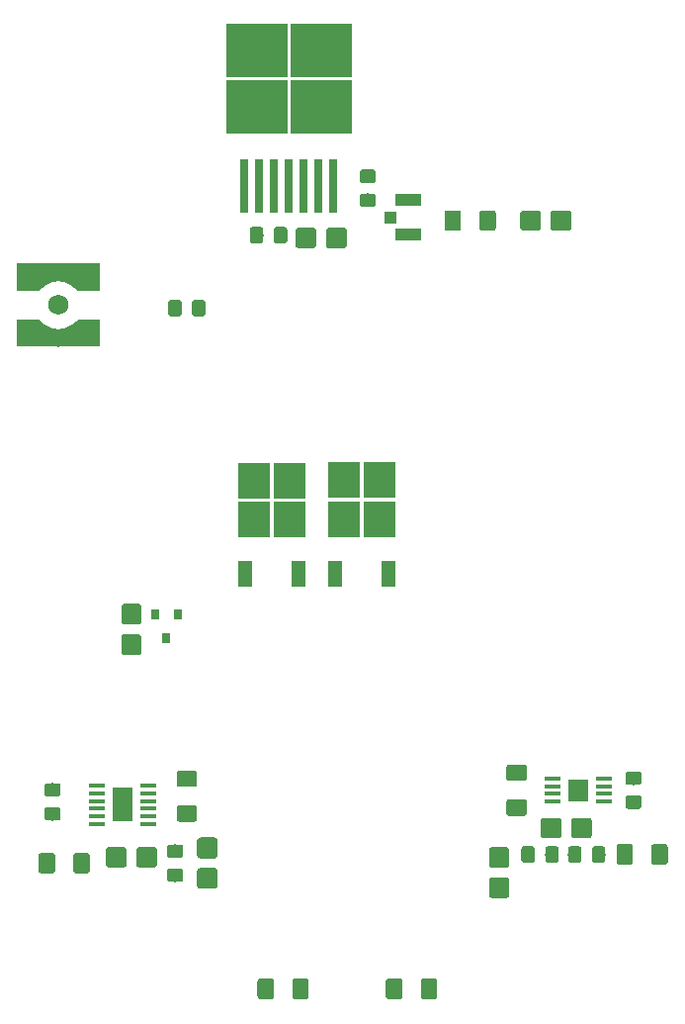
<source format=gtp>
G04 #@! TF.GenerationSoftware,KiCad,Pcbnew,(5.1.4)-1*
G04 #@! TF.CreationDate,2021-07-03T18:30:15-04:00*
G04 #@! TF.ProjectId,beefy_linear_mosfet,62656566-795f-46c6-996e-6561725f6d6f,rev?*
G04 #@! TF.SameCoordinates,Original*
G04 #@! TF.FileFunction,Paste,Top*
G04 #@! TF.FilePolarity,Positive*
%FSLAX46Y46*%
G04 Gerber Fmt 4.6, Leading zero omitted, Abs format (unit mm)*
G04 Created by KiCad (PCBNEW (5.1.4)-1) date 2021-07-03 18:30:15*
%MOMM*%
%LPD*%
G04 APERTURE LIST*
%ADD10C,0.100000*%
%ADD11C,1.150000*%
%ADD12R,2.200000X1.050000*%
%ADD13R,1.050000X1.000000*%
%ADD14R,1.680000X1.880000*%
%ADD15R,1.425000X0.450000*%
%ADD16R,1.753000X2.947000*%
%ADD17C,1.425000*%
%ADD18C,1.510000*%
%ADD19C,1.730000*%
%ADD20R,5.250000X4.550000*%
%ADD21R,0.800000X4.600000*%
%ADD22C,1.750000*%
%ADD23R,0.800000X0.900000*%
%ADD24R,2.750000X3.050000*%
%ADD25R,1.200000X2.200000*%
G04 APERTURE END LIST*
D10*
G36*
X47724505Y-29951204D02*
G01*
X47748773Y-29954804D01*
X47772572Y-29960765D01*
X47795671Y-29969030D01*
X47817850Y-29979520D01*
X47838893Y-29992132D01*
X47858599Y-30006747D01*
X47876777Y-30023223D01*
X47893253Y-30041401D01*
X47907868Y-30061107D01*
X47920480Y-30082150D01*
X47930970Y-30104329D01*
X47939235Y-30127428D01*
X47945196Y-30151227D01*
X47948796Y-30175495D01*
X47950000Y-30199999D01*
X47950000Y-30850001D01*
X47948796Y-30874505D01*
X47945196Y-30898773D01*
X47939235Y-30922572D01*
X47930970Y-30945671D01*
X47920480Y-30967850D01*
X47907868Y-30988893D01*
X47893253Y-31008599D01*
X47876777Y-31026777D01*
X47858599Y-31043253D01*
X47838893Y-31057868D01*
X47817850Y-31070480D01*
X47795671Y-31080970D01*
X47772572Y-31089235D01*
X47748773Y-31095196D01*
X47724505Y-31098796D01*
X47700001Y-31100000D01*
X46799999Y-31100000D01*
X46775495Y-31098796D01*
X46751227Y-31095196D01*
X46727428Y-31089235D01*
X46704329Y-31080970D01*
X46682150Y-31070480D01*
X46661107Y-31057868D01*
X46641401Y-31043253D01*
X46623223Y-31026777D01*
X46606747Y-31008599D01*
X46592132Y-30988893D01*
X46579520Y-30967850D01*
X46569030Y-30945671D01*
X46560765Y-30922572D01*
X46554804Y-30898773D01*
X46551204Y-30874505D01*
X46550000Y-30850001D01*
X46550000Y-30199999D01*
X46551204Y-30175495D01*
X46554804Y-30151227D01*
X46560765Y-30127428D01*
X46569030Y-30104329D01*
X46579520Y-30082150D01*
X46592132Y-30061107D01*
X46606747Y-30041401D01*
X46623223Y-30023223D01*
X46641401Y-30006747D01*
X46661107Y-29992132D01*
X46682150Y-29979520D01*
X46704329Y-29969030D01*
X46727428Y-29960765D01*
X46751227Y-29954804D01*
X46775495Y-29951204D01*
X46799999Y-29950000D01*
X47700001Y-29950000D01*
X47724505Y-29951204D01*
X47724505Y-29951204D01*
G37*
D11*
X47250000Y-30525000D03*
D10*
G36*
X47724505Y-27901204D02*
G01*
X47748773Y-27904804D01*
X47772572Y-27910765D01*
X47795671Y-27919030D01*
X47817850Y-27929520D01*
X47838893Y-27942132D01*
X47858599Y-27956747D01*
X47876777Y-27973223D01*
X47893253Y-27991401D01*
X47907868Y-28011107D01*
X47920480Y-28032150D01*
X47930970Y-28054329D01*
X47939235Y-28077428D01*
X47945196Y-28101227D01*
X47948796Y-28125495D01*
X47950000Y-28149999D01*
X47950000Y-28800001D01*
X47948796Y-28824505D01*
X47945196Y-28848773D01*
X47939235Y-28872572D01*
X47930970Y-28895671D01*
X47920480Y-28917850D01*
X47907868Y-28938893D01*
X47893253Y-28958599D01*
X47876777Y-28976777D01*
X47858599Y-28993253D01*
X47838893Y-29007868D01*
X47817850Y-29020480D01*
X47795671Y-29030970D01*
X47772572Y-29039235D01*
X47748773Y-29045196D01*
X47724505Y-29048796D01*
X47700001Y-29050000D01*
X46799999Y-29050000D01*
X46775495Y-29048796D01*
X46751227Y-29045196D01*
X46727428Y-29039235D01*
X46704329Y-29030970D01*
X46682150Y-29020480D01*
X46661107Y-29007868D01*
X46641401Y-28993253D01*
X46623223Y-28976777D01*
X46606747Y-28958599D01*
X46592132Y-28938893D01*
X46579520Y-28917850D01*
X46569030Y-28895671D01*
X46560765Y-28872572D01*
X46554804Y-28848773D01*
X46551204Y-28824505D01*
X46550000Y-28800001D01*
X46550000Y-28149999D01*
X46551204Y-28125495D01*
X46554804Y-28101227D01*
X46560765Y-28077428D01*
X46569030Y-28054329D01*
X46579520Y-28032150D01*
X46592132Y-28011107D01*
X46606747Y-27991401D01*
X46623223Y-27973223D01*
X46641401Y-27956747D01*
X46661107Y-27942132D01*
X46682150Y-27929520D01*
X46704329Y-27919030D01*
X46727428Y-27910765D01*
X46751227Y-27904804D01*
X46775495Y-27901204D01*
X46799999Y-27900000D01*
X47700001Y-27900000D01*
X47724505Y-27901204D01*
X47724505Y-27901204D01*
G37*
D11*
X47250000Y-28475000D03*
D12*
X50750000Y-33475000D03*
X50750000Y-30525000D03*
D13*
X49225000Y-32000000D03*
D14*
X65250000Y-81000000D03*
D15*
X67462000Y-80025000D03*
X67462000Y-80675000D03*
X67462000Y-81325000D03*
X67462000Y-81975000D03*
X63038000Y-81975000D03*
X63038000Y-81325000D03*
X63038000Y-80675000D03*
X63038000Y-80025000D03*
D16*
X26250000Y-82250000D03*
D15*
X28462000Y-80625000D03*
X28462000Y-81275000D03*
X28462000Y-81925000D03*
X28462000Y-82575000D03*
X28462000Y-83225000D03*
X28462000Y-83875000D03*
X24038000Y-83875000D03*
X24038000Y-83225000D03*
X24038000Y-82575000D03*
X24038000Y-81925000D03*
X24038000Y-81275000D03*
X24038000Y-80625000D03*
D10*
G36*
X38999504Y-97126204D02*
G01*
X39023773Y-97129804D01*
X39047571Y-97135765D01*
X39070671Y-97144030D01*
X39092849Y-97154520D01*
X39113893Y-97167133D01*
X39133598Y-97181747D01*
X39151777Y-97198223D01*
X39168253Y-97216402D01*
X39182867Y-97236107D01*
X39195480Y-97257151D01*
X39205970Y-97279329D01*
X39214235Y-97302429D01*
X39220196Y-97326227D01*
X39223796Y-97350496D01*
X39225000Y-97375000D01*
X39225000Y-98625000D01*
X39223796Y-98649504D01*
X39220196Y-98673773D01*
X39214235Y-98697571D01*
X39205970Y-98720671D01*
X39195480Y-98742849D01*
X39182867Y-98763893D01*
X39168253Y-98783598D01*
X39151777Y-98801777D01*
X39133598Y-98818253D01*
X39113893Y-98832867D01*
X39092849Y-98845480D01*
X39070671Y-98855970D01*
X39047571Y-98864235D01*
X39023773Y-98870196D01*
X38999504Y-98873796D01*
X38975000Y-98875000D01*
X38050000Y-98875000D01*
X38025496Y-98873796D01*
X38001227Y-98870196D01*
X37977429Y-98864235D01*
X37954329Y-98855970D01*
X37932151Y-98845480D01*
X37911107Y-98832867D01*
X37891402Y-98818253D01*
X37873223Y-98801777D01*
X37856747Y-98783598D01*
X37842133Y-98763893D01*
X37829520Y-98742849D01*
X37819030Y-98720671D01*
X37810765Y-98697571D01*
X37804804Y-98673773D01*
X37801204Y-98649504D01*
X37800000Y-98625000D01*
X37800000Y-97375000D01*
X37801204Y-97350496D01*
X37804804Y-97326227D01*
X37810765Y-97302429D01*
X37819030Y-97279329D01*
X37829520Y-97257151D01*
X37842133Y-97236107D01*
X37856747Y-97216402D01*
X37873223Y-97198223D01*
X37891402Y-97181747D01*
X37911107Y-97167133D01*
X37932151Y-97154520D01*
X37954329Y-97144030D01*
X37977429Y-97135765D01*
X38001227Y-97129804D01*
X38025496Y-97126204D01*
X38050000Y-97125000D01*
X38975000Y-97125000D01*
X38999504Y-97126204D01*
X38999504Y-97126204D01*
G37*
D17*
X38512500Y-98000000D03*
D10*
G36*
X41974504Y-97126204D02*
G01*
X41998773Y-97129804D01*
X42022571Y-97135765D01*
X42045671Y-97144030D01*
X42067849Y-97154520D01*
X42088893Y-97167133D01*
X42108598Y-97181747D01*
X42126777Y-97198223D01*
X42143253Y-97216402D01*
X42157867Y-97236107D01*
X42170480Y-97257151D01*
X42180970Y-97279329D01*
X42189235Y-97302429D01*
X42195196Y-97326227D01*
X42198796Y-97350496D01*
X42200000Y-97375000D01*
X42200000Y-98625000D01*
X42198796Y-98649504D01*
X42195196Y-98673773D01*
X42189235Y-98697571D01*
X42180970Y-98720671D01*
X42170480Y-98742849D01*
X42157867Y-98763893D01*
X42143253Y-98783598D01*
X42126777Y-98801777D01*
X42108598Y-98818253D01*
X42088893Y-98832867D01*
X42067849Y-98845480D01*
X42045671Y-98855970D01*
X42022571Y-98864235D01*
X41998773Y-98870196D01*
X41974504Y-98873796D01*
X41950000Y-98875000D01*
X41025000Y-98875000D01*
X41000496Y-98873796D01*
X40976227Y-98870196D01*
X40952429Y-98864235D01*
X40929329Y-98855970D01*
X40907151Y-98845480D01*
X40886107Y-98832867D01*
X40866402Y-98818253D01*
X40848223Y-98801777D01*
X40831747Y-98783598D01*
X40817133Y-98763893D01*
X40804520Y-98742849D01*
X40794030Y-98720671D01*
X40785765Y-98697571D01*
X40779804Y-98673773D01*
X40776204Y-98649504D01*
X40775000Y-98625000D01*
X40775000Y-97375000D01*
X40776204Y-97350496D01*
X40779804Y-97326227D01*
X40785765Y-97302429D01*
X40794030Y-97279329D01*
X40804520Y-97257151D01*
X40817133Y-97236107D01*
X40831747Y-97216402D01*
X40848223Y-97198223D01*
X40866402Y-97181747D01*
X40886107Y-97167133D01*
X40907151Y-97154520D01*
X40929329Y-97144030D01*
X40952429Y-97135765D01*
X40976227Y-97129804D01*
X41000496Y-97126204D01*
X41025000Y-97125000D01*
X41950000Y-97125000D01*
X41974504Y-97126204D01*
X41974504Y-97126204D01*
G37*
D17*
X41487500Y-98000000D03*
D10*
G36*
X49999504Y-97126204D02*
G01*
X50023773Y-97129804D01*
X50047571Y-97135765D01*
X50070671Y-97144030D01*
X50092849Y-97154520D01*
X50113893Y-97167133D01*
X50133598Y-97181747D01*
X50151777Y-97198223D01*
X50168253Y-97216402D01*
X50182867Y-97236107D01*
X50195480Y-97257151D01*
X50205970Y-97279329D01*
X50214235Y-97302429D01*
X50220196Y-97326227D01*
X50223796Y-97350496D01*
X50225000Y-97375000D01*
X50225000Y-98625000D01*
X50223796Y-98649504D01*
X50220196Y-98673773D01*
X50214235Y-98697571D01*
X50205970Y-98720671D01*
X50195480Y-98742849D01*
X50182867Y-98763893D01*
X50168253Y-98783598D01*
X50151777Y-98801777D01*
X50133598Y-98818253D01*
X50113893Y-98832867D01*
X50092849Y-98845480D01*
X50070671Y-98855970D01*
X50047571Y-98864235D01*
X50023773Y-98870196D01*
X49999504Y-98873796D01*
X49975000Y-98875000D01*
X49050000Y-98875000D01*
X49025496Y-98873796D01*
X49001227Y-98870196D01*
X48977429Y-98864235D01*
X48954329Y-98855970D01*
X48932151Y-98845480D01*
X48911107Y-98832867D01*
X48891402Y-98818253D01*
X48873223Y-98801777D01*
X48856747Y-98783598D01*
X48842133Y-98763893D01*
X48829520Y-98742849D01*
X48819030Y-98720671D01*
X48810765Y-98697571D01*
X48804804Y-98673773D01*
X48801204Y-98649504D01*
X48800000Y-98625000D01*
X48800000Y-97375000D01*
X48801204Y-97350496D01*
X48804804Y-97326227D01*
X48810765Y-97302429D01*
X48819030Y-97279329D01*
X48829520Y-97257151D01*
X48842133Y-97236107D01*
X48856747Y-97216402D01*
X48873223Y-97198223D01*
X48891402Y-97181747D01*
X48911107Y-97167133D01*
X48932151Y-97154520D01*
X48954329Y-97144030D01*
X48977429Y-97135765D01*
X49001227Y-97129804D01*
X49025496Y-97126204D01*
X49050000Y-97125000D01*
X49975000Y-97125000D01*
X49999504Y-97126204D01*
X49999504Y-97126204D01*
G37*
D17*
X49512500Y-98000000D03*
D10*
G36*
X52974504Y-97126204D02*
G01*
X52998773Y-97129804D01*
X53022571Y-97135765D01*
X53045671Y-97144030D01*
X53067849Y-97154520D01*
X53088893Y-97167133D01*
X53108598Y-97181747D01*
X53126777Y-97198223D01*
X53143253Y-97216402D01*
X53157867Y-97236107D01*
X53170480Y-97257151D01*
X53180970Y-97279329D01*
X53189235Y-97302429D01*
X53195196Y-97326227D01*
X53198796Y-97350496D01*
X53200000Y-97375000D01*
X53200000Y-98625000D01*
X53198796Y-98649504D01*
X53195196Y-98673773D01*
X53189235Y-98697571D01*
X53180970Y-98720671D01*
X53170480Y-98742849D01*
X53157867Y-98763893D01*
X53143253Y-98783598D01*
X53126777Y-98801777D01*
X53108598Y-98818253D01*
X53088893Y-98832867D01*
X53067849Y-98845480D01*
X53045671Y-98855970D01*
X53022571Y-98864235D01*
X52998773Y-98870196D01*
X52974504Y-98873796D01*
X52950000Y-98875000D01*
X52025000Y-98875000D01*
X52000496Y-98873796D01*
X51976227Y-98870196D01*
X51952429Y-98864235D01*
X51929329Y-98855970D01*
X51907151Y-98845480D01*
X51886107Y-98832867D01*
X51866402Y-98818253D01*
X51848223Y-98801777D01*
X51831747Y-98783598D01*
X51817133Y-98763893D01*
X51804520Y-98742849D01*
X51794030Y-98720671D01*
X51785765Y-98697571D01*
X51779804Y-98673773D01*
X51776204Y-98649504D01*
X51775000Y-98625000D01*
X51775000Y-97375000D01*
X51776204Y-97350496D01*
X51779804Y-97326227D01*
X51785765Y-97302429D01*
X51794030Y-97279329D01*
X51804520Y-97257151D01*
X51817133Y-97236107D01*
X51831747Y-97216402D01*
X51848223Y-97198223D01*
X51866402Y-97181747D01*
X51886107Y-97167133D01*
X51907151Y-97154520D01*
X51929329Y-97144030D01*
X51952429Y-97135765D01*
X51976227Y-97129804D01*
X52000496Y-97126204D01*
X52025000Y-97125000D01*
X52950000Y-97125000D01*
X52974504Y-97126204D01*
X52974504Y-97126204D01*
G37*
D17*
X52487500Y-98000000D03*
D18*
X20750000Y-42300000D03*
D10*
G36*
X19250000Y-40880000D02*
G01*
X19390000Y-41020000D01*
X19545000Y-41145000D01*
X19715000Y-41255000D01*
X19890000Y-41350000D01*
X20075000Y-41425000D01*
X20270000Y-41480000D01*
X20470000Y-41520000D01*
X20665000Y-41535000D01*
X20835000Y-41535000D01*
X21030000Y-41520000D01*
X21230000Y-41480000D01*
X21425000Y-41425000D01*
X21610000Y-41350000D01*
X21785000Y-41255000D01*
X21955000Y-41145000D01*
X22110000Y-41020000D01*
X22250000Y-40880000D01*
X22395000Y-40705000D01*
X24305000Y-40705000D01*
X24305000Y-43055000D01*
X17195000Y-43055000D01*
X17195000Y-40705000D01*
X19105000Y-40705000D01*
X19250000Y-40880000D01*
X19250000Y-40880000D01*
G37*
D18*
X20750000Y-36700000D03*
D10*
G36*
X22250000Y-38120000D02*
G01*
X22110000Y-37980000D01*
X21955000Y-37855000D01*
X21785000Y-37745000D01*
X21610000Y-37650000D01*
X21425000Y-37575000D01*
X21230000Y-37520000D01*
X21030000Y-37480000D01*
X20835000Y-37465000D01*
X20665000Y-37465000D01*
X20470000Y-37480000D01*
X20270000Y-37520000D01*
X20075000Y-37575000D01*
X19890000Y-37650000D01*
X19715000Y-37745000D01*
X19545000Y-37855000D01*
X19390000Y-37980000D01*
X19250000Y-38120000D01*
X19105000Y-38295000D01*
X17195000Y-38295000D01*
X17195000Y-35945000D01*
X24305000Y-35945000D01*
X24305000Y-38295000D01*
X22395000Y-38295000D01*
X22250000Y-38120000D01*
X22250000Y-38120000D01*
G37*
D19*
X20750000Y-39500000D03*
D20*
X43275000Y-22550000D03*
X37725000Y-17700000D03*
X37725000Y-22550000D03*
X43275000Y-17700000D03*
D21*
X44310000Y-29275000D03*
X43040000Y-29275000D03*
X41770000Y-29275000D03*
X40500000Y-29275000D03*
X39230000Y-29275000D03*
X37960000Y-29275000D03*
X36690000Y-29275000D03*
D10*
G36*
X67374505Y-85801204D02*
G01*
X67398773Y-85804804D01*
X67422572Y-85810765D01*
X67445671Y-85819030D01*
X67467850Y-85829520D01*
X67488893Y-85842132D01*
X67508599Y-85856747D01*
X67526777Y-85873223D01*
X67543253Y-85891401D01*
X67557868Y-85911107D01*
X67570480Y-85932150D01*
X67580970Y-85954329D01*
X67589235Y-85977428D01*
X67595196Y-86001227D01*
X67598796Y-86025495D01*
X67600000Y-86049999D01*
X67600000Y-86950001D01*
X67598796Y-86974505D01*
X67595196Y-86998773D01*
X67589235Y-87022572D01*
X67580970Y-87045671D01*
X67570480Y-87067850D01*
X67557868Y-87088893D01*
X67543253Y-87108599D01*
X67526777Y-87126777D01*
X67508599Y-87143253D01*
X67488893Y-87157868D01*
X67467850Y-87170480D01*
X67445671Y-87180970D01*
X67422572Y-87189235D01*
X67398773Y-87195196D01*
X67374505Y-87198796D01*
X67350001Y-87200000D01*
X66699999Y-87200000D01*
X66675495Y-87198796D01*
X66651227Y-87195196D01*
X66627428Y-87189235D01*
X66604329Y-87180970D01*
X66582150Y-87170480D01*
X66561107Y-87157868D01*
X66541401Y-87143253D01*
X66523223Y-87126777D01*
X66506747Y-87108599D01*
X66492132Y-87088893D01*
X66479520Y-87067850D01*
X66469030Y-87045671D01*
X66460765Y-87022572D01*
X66454804Y-86998773D01*
X66451204Y-86974505D01*
X66450000Y-86950001D01*
X66450000Y-86049999D01*
X66451204Y-86025495D01*
X66454804Y-86001227D01*
X66460765Y-85977428D01*
X66469030Y-85954329D01*
X66479520Y-85932150D01*
X66492132Y-85911107D01*
X66506747Y-85891401D01*
X66523223Y-85873223D01*
X66541401Y-85856747D01*
X66561107Y-85842132D01*
X66582150Y-85829520D01*
X66604329Y-85819030D01*
X66627428Y-85810765D01*
X66651227Y-85804804D01*
X66675495Y-85801204D01*
X66699999Y-85800000D01*
X67350001Y-85800000D01*
X67374505Y-85801204D01*
X67374505Y-85801204D01*
G37*
D11*
X67025000Y-86500000D03*
D10*
G36*
X65324505Y-85801204D02*
G01*
X65348773Y-85804804D01*
X65372572Y-85810765D01*
X65395671Y-85819030D01*
X65417850Y-85829520D01*
X65438893Y-85842132D01*
X65458599Y-85856747D01*
X65476777Y-85873223D01*
X65493253Y-85891401D01*
X65507868Y-85911107D01*
X65520480Y-85932150D01*
X65530970Y-85954329D01*
X65539235Y-85977428D01*
X65545196Y-86001227D01*
X65548796Y-86025495D01*
X65550000Y-86049999D01*
X65550000Y-86950001D01*
X65548796Y-86974505D01*
X65545196Y-86998773D01*
X65539235Y-87022572D01*
X65530970Y-87045671D01*
X65520480Y-87067850D01*
X65507868Y-87088893D01*
X65493253Y-87108599D01*
X65476777Y-87126777D01*
X65458599Y-87143253D01*
X65438893Y-87157868D01*
X65417850Y-87170480D01*
X65395671Y-87180970D01*
X65372572Y-87189235D01*
X65348773Y-87195196D01*
X65324505Y-87198796D01*
X65300001Y-87200000D01*
X64649999Y-87200000D01*
X64625495Y-87198796D01*
X64601227Y-87195196D01*
X64577428Y-87189235D01*
X64554329Y-87180970D01*
X64532150Y-87170480D01*
X64511107Y-87157868D01*
X64491401Y-87143253D01*
X64473223Y-87126777D01*
X64456747Y-87108599D01*
X64442132Y-87088893D01*
X64429520Y-87067850D01*
X64419030Y-87045671D01*
X64410765Y-87022572D01*
X64404804Y-86998773D01*
X64401204Y-86974505D01*
X64400000Y-86950001D01*
X64400000Y-86049999D01*
X64401204Y-86025495D01*
X64404804Y-86001227D01*
X64410765Y-85977428D01*
X64419030Y-85954329D01*
X64429520Y-85932150D01*
X64442132Y-85911107D01*
X64456747Y-85891401D01*
X64473223Y-85873223D01*
X64491401Y-85856747D01*
X64511107Y-85842132D01*
X64532150Y-85829520D01*
X64554329Y-85819030D01*
X64577428Y-85810765D01*
X64601227Y-85804804D01*
X64625495Y-85801204D01*
X64649999Y-85800000D01*
X65300001Y-85800000D01*
X65324505Y-85801204D01*
X65324505Y-85801204D01*
G37*
D11*
X64975000Y-86500000D03*
D10*
G36*
X63374505Y-85801204D02*
G01*
X63398773Y-85804804D01*
X63422572Y-85810765D01*
X63445671Y-85819030D01*
X63467850Y-85829520D01*
X63488893Y-85842132D01*
X63508599Y-85856747D01*
X63526777Y-85873223D01*
X63543253Y-85891401D01*
X63557868Y-85911107D01*
X63570480Y-85932150D01*
X63580970Y-85954329D01*
X63589235Y-85977428D01*
X63595196Y-86001227D01*
X63598796Y-86025495D01*
X63600000Y-86049999D01*
X63600000Y-86950001D01*
X63598796Y-86974505D01*
X63595196Y-86998773D01*
X63589235Y-87022572D01*
X63580970Y-87045671D01*
X63570480Y-87067850D01*
X63557868Y-87088893D01*
X63543253Y-87108599D01*
X63526777Y-87126777D01*
X63508599Y-87143253D01*
X63488893Y-87157868D01*
X63467850Y-87170480D01*
X63445671Y-87180970D01*
X63422572Y-87189235D01*
X63398773Y-87195196D01*
X63374505Y-87198796D01*
X63350001Y-87200000D01*
X62699999Y-87200000D01*
X62675495Y-87198796D01*
X62651227Y-87195196D01*
X62627428Y-87189235D01*
X62604329Y-87180970D01*
X62582150Y-87170480D01*
X62561107Y-87157868D01*
X62541401Y-87143253D01*
X62523223Y-87126777D01*
X62506747Y-87108599D01*
X62492132Y-87088893D01*
X62479520Y-87067850D01*
X62469030Y-87045671D01*
X62460765Y-87022572D01*
X62454804Y-86998773D01*
X62451204Y-86974505D01*
X62450000Y-86950001D01*
X62450000Y-86049999D01*
X62451204Y-86025495D01*
X62454804Y-86001227D01*
X62460765Y-85977428D01*
X62469030Y-85954329D01*
X62479520Y-85932150D01*
X62492132Y-85911107D01*
X62506747Y-85891401D01*
X62523223Y-85873223D01*
X62541401Y-85856747D01*
X62561107Y-85842132D01*
X62582150Y-85829520D01*
X62604329Y-85819030D01*
X62627428Y-85810765D01*
X62651227Y-85804804D01*
X62675495Y-85801204D01*
X62699999Y-85800000D01*
X63350001Y-85800000D01*
X63374505Y-85801204D01*
X63374505Y-85801204D01*
G37*
D11*
X63025000Y-86500000D03*
D10*
G36*
X61324505Y-85801204D02*
G01*
X61348773Y-85804804D01*
X61372572Y-85810765D01*
X61395671Y-85819030D01*
X61417850Y-85829520D01*
X61438893Y-85842132D01*
X61458599Y-85856747D01*
X61476777Y-85873223D01*
X61493253Y-85891401D01*
X61507868Y-85911107D01*
X61520480Y-85932150D01*
X61530970Y-85954329D01*
X61539235Y-85977428D01*
X61545196Y-86001227D01*
X61548796Y-86025495D01*
X61550000Y-86049999D01*
X61550000Y-86950001D01*
X61548796Y-86974505D01*
X61545196Y-86998773D01*
X61539235Y-87022572D01*
X61530970Y-87045671D01*
X61520480Y-87067850D01*
X61507868Y-87088893D01*
X61493253Y-87108599D01*
X61476777Y-87126777D01*
X61458599Y-87143253D01*
X61438893Y-87157868D01*
X61417850Y-87170480D01*
X61395671Y-87180970D01*
X61372572Y-87189235D01*
X61348773Y-87195196D01*
X61324505Y-87198796D01*
X61300001Y-87200000D01*
X60649999Y-87200000D01*
X60625495Y-87198796D01*
X60601227Y-87195196D01*
X60577428Y-87189235D01*
X60554329Y-87180970D01*
X60532150Y-87170480D01*
X60511107Y-87157868D01*
X60491401Y-87143253D01*
X60473223Y-87126777D01*
X60456747Y-87108599D01*
X60442132Y-87088893D01*
X60429520Y-87067850D01*
X60419030Y-87045671D01*
X60410765Y-87022572D01*
X60404804Y-86998773D01*
X60401204Y-86974505D01*
X60400000Y-86950001D01*
X60400000Y-86049999D01*
X60401204Y-86025495D01*
X60404804Y-86001227D01*
X60410765Y-85977428D01*
X60419030Y-85954329D01*
X60429520Y-85932150D01*
X60442132Y-85911107D01*
X60456747Y-85891401D01*
X60473223Y-85873223D01*
X60491401Y-85856747D01*
X60511107Y-85842132D01*
X60532150Y-85829520D01*
X60554329Y-85819030D01*
X60577428Y-85810765D01*
X60601227Y-85804804D01*
X60625495Y-85801204D01*
X60649999Y-85800000D01*
X61300001Y-85800000D01*
X61324505Y-85801204D01*
X61324505Y-85801204D01*
G37*
D11*
X60975000Y-86500000D03*
D10*
G36*
X38074505Y-32801204D02*
G01*
X38098773Y-32804804D01*
X38122572Y-32810765D01*
X38145671Y-32819030D01*
X38167850Y-32829520D01*
X38188893Y-32842132D01*
X38208599Y-32856747D01*
X38226777Y-32873223D01*
X38243253Y-32891401D01*
X38257868Y-32911107D01*
X38270480Y-32932150D01*
X38280970Y-32954329D01*
X38289235Y-32977428D01*
X38295196Y-33001227D01*
X38298796Y-33025495D01*
X38300000Y-33049999D01*
X38300000Y-33950001D01*
X38298796Y-33974505D01*
X38295196Y-33998773D01*
X38289235Y-34022572D01*
X38280970Y-34045671D01*
X38270480Y-34067850D01*
X38257868Y-34088893D01*
X38243253Y-34108599D01*
X38226777Y-34126777D01*
X38208599Y-34143253D01*
X38188893Y-34157868D01*
X38167850Y-34170480D01*
X38145671Y-34180970D01*
X38122572Y-34189235D01*
X38098773Y-34195196D01*
X38074505Y-34198796D01*
X38050001Y-34200000D01*
X37399999Y-34200000D01*
X37375495Y-34198796D01*
X37351227Y-34195196D01*
X37327428Y-34189235D01*
X37304329Y-34180970D01*
X37282150Y-34170480D01*
X37261107Y-34157868D01*
X37241401Y-34143253D01*
X37223223Y-34126777D01*
X37206747Y-34108599D01*
X37192132Y-34088893D01*
X37179520Y-34067850D01*
X37169030Y-34045671D01*
X37160765Y-34022572D01*
X37154804Y-33998773D01*
X37151204Y-33974505D01*
X37150000Y-33950001D01*
X37150000Y-33049999D01*
X37151204Y-33025495D01*
X37154804Y-33001227D01*
X37160765Y-32977428D01*
X37169030Y-32954329D01*
X37179520Y-32932150D01*
X37192132Y-32911107D01*
X37206747Y-32891401D01*
X37223223Y-32873223D01*
X37241401Y-32856747D01*
X37261107Y-32842132D01*
X37282150Y-32829520D01*
X37304329Y-32819030D01*
X37327428Y-32810765D01*
X37351227Y-32804804D01*
X37375495Y-32801204D01*
X37399999Y-32800000D01*
X38050001Y-32800000D01*
X38074505Y-32801204D01*
X38074505Y-32801204D01*
G37*
D11*
X37725000Y-33500000D03*
D10*
G36*
X40124505Y-32801204D02*
G01*
X40148773Y-32804804D01*
X40172572Y-32810765D01*
X40195671Y-32819030D01*
X40217850Y-32829520D01*
X40238893Y-32842132D01*
X40258599Y-32856747D01*
X40276777Y-32873223D01*
X40293253Y-32891401D01*
X40307868Y-32911107D01*
X40320480Y-32932150D01*
X40330970Y-32954329D01*
X40339235Y-32977428D01*
X40345196Y-33001227D01*
X40348796Y-33025495D01*
X40350000Y-33049999D01*
X40350000Y-33950001D01*
X40348796Y-33974505D01*
X40345196Y-33998773D01*
X40339235Y-34022572D01*
X40330970Y-34045671D01*
X40320480Y-34067850D01*
X40307868Y-34088893D01*
X40293253Y-34108599D01*
X40276777Y-34126777D01*
X40258599Y-34143253D01*
X40238893Y-34157868D01*
X40217850Y-34170480D01*
X40195671Y-34180970D01*
X40172572Y-34189235D01*
X40148773Y-34195196D01*
X40124505Y-34198796D01*
X40100001Y-34200000D01*
X39449999Y-34200000D01*
X39425495Y-34198796D01*
X39401227Y-34195196D01*
X39377428Y-34189235D01*
X39354329Y-34180970D01*
X39332150Y-34170480D01*
X39311107Y-34157868D01*
X39291401Y-34143253D01*
X39273223Y-34126777D01*
X39256747Y-34108599D01*
X39242132Y-34088893D01*
X39229520Y-34067850D01*
X39219030Y-34045671D01*
X39210765Y-34022572D01*
X39204804Y-33998773D01*
X39201204Y-33974505D01*
X39200000Y-33950001D01*
X39200000Y-33049999D01*
X39201204Y-33025495D01*
X39204804Y-33001227D01*
X39210765Y-32977428D01*
X39219030Y-32954329D01*
X39229520Y-32932150D01*
X39242132Y-32911107D01*
X39256747Y-32891401D01*
X39273223Y-32873223D01*
X39291401Y-32856747D01*
X39311107Y-32842132D01*
X39332150Y-32829520D01*
X39354329Y-32819030D01*
X39377428Y-32810765D01*
X39401227Y-32804804D01*
X39425495Y-32801204D01*
X39449999Y-32800000D01*
X40100001Y-32800000D01*
X40124505Y-32801204D01*
X40124505Y-32801204D01*
G37*
D11*
X39775000Y-33500000D03*
D10*
G36*
X31224505Y-87701204D02*
G01*
X31248773Y-87704804D01*
X31272572Y-87710765D01*
X31295671Y-87719030D01*
X31317850Y-87729520D01*
X31338893Y-87742132D01*
X31358599Y-87756747D01*
X31376777Y-87773223D01*
X31393253Y-87791401D01*
X31407868Y-87811107D01*
X31420480Y-87832150D01*
X31430970Y-87854329D01*
X31439235Y-87877428D01*
X31445196Y-87901227D01*
X31448796Y-87925495D01*
X31450000Y-87949999D01*
X31450000Y-88600001D01*
X31448796Y-88624505D01*
X31445196Y-88648773D01*
X31439235Y-88672572D01*
X31430970Y-88695671D01*
X31420480Y-88717850D01*
X31407868Y-88738893D01*
X31393253Y-88758599D01*
X31376777Y-88776777D01*
X31358599Y-88793253D01*
X31338893Y-88807868D01*
X31317850Y-88820480D01*
X31295671Y-88830970D01*
X31272572Y-88839235D01*
X31248773Y-88845196D01*
X31224505Y-88848796D01*
X31200001Y-88850000D01*
X30299999Y-88850000D01*
X30275495Y-88848796D01*
X30251227Y-88845196D01*
X30227428Y-88839235D01*
X30204329Y-88830970D01*
X30182150Y-88820480D01*
X30161107Y-88807868D01*
X30141401Y-88793253D01*
X30123223Y-88776777D01*
X30106747Y-88758599D01*
X30092132Y-88738893D01*
X30079520Y-88717850D01*
X30069030Y-88695671D01*
X30060765Y-88672572D01*
X30054804Y-88648773D01*
X30051204Y-88624505D01*
X30050000Y-88600001D01*
X30050000Y-87949999D01*
X30051204Y-87925495D01*
X30054804Y-87901227D01*
X30060765Y-87877428D01*
X30069030Y-87854329D01*
X30079520Y-87832150D01*
X30092132Y-87811107D01*
X30106747Y-87791401D01*
X30123223Y-87773223D01*
X30141401Y-87756747D01*
X30161107Y-87742132D01*
X30182150Y-87729520D01*
X30204329Y-87719030D01*
X30227428Y-87710765D01*
X30251227Y-87704804D01*
X30275495Y-87701204D01*
X30299999Y-87700000D01*
X31200001Y-87700000D01*
X31224505Y-87701204D01*
X31224505Y-87701204D01*
G37*
D11*
X30750000Y-88275000D03*
D10*
G36*
X31224505Y-85651204D02*
G01*
X31248773Y-85654804D01*
X31272572Y-85660765D01*
X31295671Y-85669030D01*
X31317850Y-85679520D01*
X31338893Y-85692132D01*
X31358599Y-85706747D01*
X31376777Y-85723223D01*
X31393253Y-85741401D01*
X31407868Y-85761107D01*
X31420480Y-85782150D01*
X31430970Y-85804329D01*
X31439235Y-85827428D01*
X31445196Y-85851227D01*
X31448796Y-85875495D01*
X31450000Y-85899999D01*
X31450000Y-86550001D01*
X31448796Y-86574505D01*
X31445196Y-86598773D01*
X31439235Y-86622572D01*
X31430970Y-86645671D01*
X31420480Y-86667850D01*
X31407868Y-86688893D01*
X31393253Y-86708599D01*
X31376777Y-86726777D01*
X31358599Y-86743253D01*
X31338893Y-86757868D01*
X31317850Y-86770480D01*
X31295671Y-86780970D01*
X31272572Y-86789235D01*
X31248773Y-86795196D01*
X31224505Y-86798796D01*
X31200001Y-86800000D01*
X30299999Y-86800000D01*
X30275495Y-86798796D01*
X30251227Y-86795196D01*
X30227428Y-86789235D01*
X30204329Y-86780970D01*
X30182150Y-86770480D01*
X30161107Y-86757868D01*
X30141401Y-86743253D01*
X30123223Y-86726777D01*
X30106747Y-86708599D01*
X30092132Y-86688893D01*
X30079520Y-86667850D01*
X30069030Y-86645671D01*
X30060765Y-86622572D01*
X30054804Y-86598773D01*
X30051204Y-86574505D01*
X30050000Y-86550001D01*
X30050000Y-85899999D01*
X30051204Y-85875495D01*
X30054804Y-85851227D01*
X30060765Y-85827428D01*
X30069030Y-85804329D01*
X30079520Y-85782150D01*
X30092132Y-85761107D01*
X30106747Y-85741401D01*
X30123223Y-85723223D01*
X30141401Y-85706747D01*
X30161107Y-85692132D01*
X30182150Y-85679520D01*
X30204329Y-85669030D01*
X30227428Y-85660765D01*
X30251227Y-85654804D01*
X30275495Y-85651204D01*
X30299999Y-85650000D01*
X31200001Y-85650000D01*
X31224505Y-85651204D01*
X31224505Y-85651204D01*
G37*
D11*
X30750000Y-86225000D03*
D10*
G36*
X31074505Y-39051204D02*
G01*
X31098773Y-39054804D01*
X31122572Y-39060765D01*
X31145671Y-39069030D01*
X31167850Y-39079520D01*
X31188893Y-39092132D01*
X31208599Y-39106747D01*
X31226777Y-39123223D01*
X31243253Y-39141401D01*
X31257868Y-39161107D01*
X31270480Y-39182150D01*
X31280970Y-39204329D01*
X31289235Y-39227428D01*
X31295196Y-39251227D01*
X31298796Y-39275495D01*
X31300000Y-39299999D01*
X31300000Y-40200001D01*
X31298796Y-40224505D01*
X31295196Y-40248773D01*
X31289235Y-40272572D01*
X31280970Y-40295671D01*
X31270480Y-40317850D01*
X31257868Y-40338893D01*
X31243253Y-40358599D01*
X31226777Y-40376777D01*
X31208599Y-40393253D01*
X31188893Y-40407868D01*
X31167850Y-40420480D01*
X31145671Y-40430970D01*
X31122572Y-40439235D01*
X31098773Y-40445196D01*
X31074505Y-40448796D01*
X31050001Y-40450000D01*
X30399999Y-40450000D01*
X30375495Y-40448796D01*
X30351227Y-40445196D01*
X30327428Y-40439235D01*
X30304329Y-40430970D01*
X30282150Y-40420480D01*
X30261107Y-40407868D01*
X30241401Y-40393253D01*
X30223223Y-40376777D01*
X30206747Y-40358599D01*
X30192132Y-40338893D01*
X30179520Y-40317850D01*
X30169030Y-40295671D01*
X30160765Y-40272572D01*
X30154804Y-40248773D01*
X30151204Y-40224505D01*
X30150000Y-40200001D01*
X30150000Y-39299999D01*
X30151204Y-39275495D01*
X30154804Y-39251227D01*
X30160765Y-39227428D01*
X30169030Y-39204329D01*
X30179520Y-39182150D01*
X30192132Y-39161107D01*
X30206747Y-39141401D01*
X30223223Y-39123223D01*
X30241401Y-39106747D01*
X30261107Y-39092132D01*
X30282150Y-39079520D01*
X30304329Y-39069030D01*
X30327428Y-39060765D01*
X30351227Y-39054804D01*
X30375495Y-39051204D01*
X30399999Y-39050000D01*
X31050001Y-39050000D01*
X31074505Y-39051204D01*
X31074505Y-39051204D01*
G37*
D11*
X30725000Y-39750000D03*
D10*
G36*
X33124505Y-39051204D02*
G01*
X33148773Y-39054804D01*
X33172572Y-39060765D01*
X33195671Y-39069030D01*
X33217850Y-39079520D01*
X33238893Y-39092132D01*
X33258599Y-39106747D01*
X33276777Y-39123223D01*
X33293253Y-39141401D01*
X33307868Y-39161107D01*
X33320480Y-39182150D01*
X33330970Y-39204329D01*
X33339235Y-39227428D01*
X33345196Y-39251227D01*
X33348796Y-39275495D01*
X33350000Y-39299999D01*
X33350000Y-40200001D01*
X33348796Y-40224505D01*
X33345196Y-40248773D01*
X33339235Y-40272572D01*
X33330970Y-40295671D01*
X33320480Y-40317850D01*
X33307868Y-40338893D01*
X33293253Y-40358599D01*
X33276777Y-40376777D01*
X33258599Y-40393253D01*
X33238893Y-40407868D01*
X33217850Y-40420480D01*
X33195671Y-40430970D01*
X33172572Y-40439235D01*
X33148773Y-40445196D01*
X33124505Y-40448796D01*
X33100001Y-40450000D01*
X32449999Y-40450000D01*
X32425495Y-40448796D01*
X32401227Y-40445196D01*
X32377428Y-40439235D01*
X32354329Y-40430970D01*
X32332150Y-40420480D01*
X32311107Y-40407868D01*
X32291401Y-40393253D01*
X32273223Y-40376777D01*
X32256747Y-40358599D01*
X32242132Y-40338893D01*
X32229520Y-40317850D01*
X32219030Y-40295671D01*
X32210765Y-40272572D01*
X32204804Y-40248773D01*
X32201204Y-40224505D01*
X32200000Y-40200001D01*
X32200000Y-39299999D01*
X32201204Y-39275495D01*
X32204804Y-39251227D01*
X32210765Y-39227428D01*
X32219030Y-39204329D01*
X32229520Y-39182150D01*
X32242132Y-39161107D01*
X32256747Y-39141401D01*
X32273223Y-39123223D01*
X32291401Y-39106747D01*
X32311107Y-39092132D01*
X32332150Y-39079520D01*
X32354329Y-39069030D01*
X32377428Y-39060765D01*
X32401227Y-39054804D01*
X32425495Y-39051204D01*
X32449999Y-39050000D01*
X33100001Y-39050000D01*
X33124505Y-39051204D01*
X33124505Y-39051204D01*
G37*
D11*
X32775000Y-39750000D03*
D10*
G36*
X60649504Y-81776204D02*
G01*
X60673773Y-81779804D01*
X60697571Y-81785765D01*
X60720671Y-81794030D01*
X60742849Y-81804520D01*
X60763893Y-81817133D01*
X60783598Y-81831747D01*
X60801777Y-81848223D01*
X60818253Y-81866402D01*
X60832867Y-81886107D01*
X60845480Y-81907151D01*
X60855970Y-81929329D01*
X60864235Y-81952429D01*
X60870196Y-81976227D01*
X60873796Y-82000496D01*
X60875000Y-82025000D01*
X60875000Y-82950000D01*
X60873796Y-82974504D01*
X60870196Y-82998773D01*
X60864235Y-83022571D01*
X60855970Y-83045671D01*
X60845480Y-83067849D01*
X60832867Y-83088893D01*
X60818253Y-83108598D01*
X60801777Y-83126777D01*
X60783598Y-83143253D01*
X60763893Y-83157867D01*
X60742849Y-83170480D01*
X60720671Y-83180970D01*
X60697571Y-83189235D01*
X60673773Y-83195196D01*
X60649504Y-83198796D01*
X60625000Y-83200000D01*
X59375000Y-83200000D01*
X59350496Y-83198796D01*
X59326227Y-83195196D01*
X59302429Y-83189235D01*
X59279329Y-83180970D01*
X59257151Y-83170480D01*
X59236107Y-83157867D01*
X59216402Y-83143253D01*
X59198223Y-83126777D01*
X59181747Y-83108598D01*
X59167133Y-83088893D01*
X59154520Y-83067849D01*
X59144030Y-83045671D01*
X59135765Y-83022571D01*
X59129804Y-82998773D01*
X59126204Y-82974504D01*
X59125000Y-82950000D01*
X59125000Y-82025000D01*
X59126204Y-82000496D01*
X59129804Y-81976227D01*
X59135765Y-81952429D01*
X59144030Y-81929329D01*
X59154520Y-81907151D01*
X59167133Y-81886107D01*
X59181747Y-81866402D01*
X59198223Y-81848223D01*
X59216402Y-81831747D01*
X59236107Y-81817133D01*
X59257151Y-81804520D01*
X59279329Y-81794030D01*
X59302429Y-81785765D01*
X59326227Y-81779804D01*
X59350496Y-81776204D01*
X59375000Y-81775000D01*
X60625000Y-81775000D01*
X60649504Y-81776204D01*
X60649504Y-81776204D01*
G37*
D17*
X60000000Y-82487500D03*
D10*
G36*
X60649504Y-78801204D02*
G01*
X60673773Y-78804804D01*
X60697571Y-78810765D01*
X60720671Y-78819030D01*
X60742849Y-78829520D01*
X60763893Y-78842133D01*
X60783598Y-78856747D01*
X60801777Y-78873223D01*
X60818253Y-78891402D01*
X60832867Y-78911107D01*
X60845480Y-78932151D01*
X60855970Y-78954329D01*
X60864235Y-78977429D01*
X60870196Y-79001227D01*
X60873796Y-79025496D01*
X60875000Y-79050000D01*
X60875000Y-79975000D01*
X60873796Y-79999504D01*
X60870196Y-80023773D01*
X60864235Y-80047571D01*
X60855970Y-80070671D01*
X60845480Y-80092849D01*
X60832867Y-80113893D01*
X60818253Y-80133598D01*
X60801777Y-80151777D01*
X60783598Y-80168253D01*
X60763893Y-80182867D01*
X60742849Y-80195480D01*
X60720671Y-80205970D01*
X60697571Y-80214235D01*
X60673773Y-80220196D01*
X60649504Y-80223796D01*
X60625000Y-80225000D01*
X59375000Y-80225000D01*
X59350496Y-80223796D01*
X59326227Y-80220196D01*
X59302429Y-80214235D01*
X59279329Y-80205970D01*
X59257151Y-80195480D01*
X59236107Y-80182867D01*
X59216402Y-80168253D01*
X59198223Y-80151777D01*
X59181747Y-80133598D01*
X59167133Y-80113893D01*
X59154520Y-80092849D01*
X59144030Y-80070671D01*
X59135765Y-80047571D01*
X59129804Y-80023773D01*
X59126204Y-79999504D01*
X59125000Y-79975000D01*
X59125000Y-79050000D01*
X59126204Y-79025496D01*
X59129804Y-79001227D01*
X59135765Y-78977429D01*
X59144030Y-78954329D01*
X59154520Y-78932151D01*
X59167133Y-78911107D01*
X59181747Y-78891402D01*
X59198223Y-78873223D01*
X59216402Y-78856747D01*
X59236107Y-78842133D01*
X59257151Y-78829520D01*
X59279329Y-78819030D01*
X59302429Y-78810765D01*
X59326227Y-78804804D01*
X59350496Y-78801204D01*
X59375000Y-78800000D01*
X60625000Y-78800000D01*
X60649504Y-78801204D01*
X60649504Y-78801204D01*
G37*
D17*
X60000000Y-79512500D03*
D10*
G36*
X66173768Y-83376475D02*
G01*
X66203496Y-83380885D01*
X66232650Y-83388187D01*
X66260947Y-83398312D01*
X66288115Y-83411162D01*
X66313893Y-83426612D01*
X66338033Y-83444516D01*
X66360301Y-83464699D01*
X66380484Y-83486967D01*
X66398388Y-83511107D01*
X66413838Y-83536885D01*
X66426688Y-83564053D01*
X66436813Y-83592350D01*
X66444115Y-83621504D01*
X66448525Y-83651232D01*
X66450000Y-83681250D01*
X66450000Y-84818750D01*
X66448525Y-84848768D01*
X66444115Y-84878496D01*
X66436813Y-84907650D01*
X66426688Y-84935947D01*
X66413838Y-84963115D01*
X66398388Y-84988893D01*
X66380484Y-85013033D01*
X66360301Y-85035301D01*
X66338033Y-85055484D01*
X66313893Y-85073388D01*
X66288115Y-85088838D01*
X66260947Y-85101688D01*
X66232650Y-85111813D01*
X66203496Y-85119115D01*
X66173768Y-85123525D01*
X66143750Y-85125000D01*
X64956250Y-85125000D01*
X64926232Y-85123525D01*
X64896504Y-85119115D01*
X64867350Y-85111813D01*
X64839053Y-85101688D01*
X64811885Y-85088838D01*
X64786107Y-85073388D01*
X64761967Y-85055484D01*
X64739699Y-85035301D01*
X64719516Y-85013033D01*
X64701612Y-84988893D01*
X64686162Y-84963115D01*
X64673312Y-84935947D01*
X64663187Y-84907650D01*
X64655885Y-84878496D01*
X64651475Y-84848768D01*
X64650000Y-84818750D01*
X64650000Y-83681250D01*
X64651475Y-83651232D01*
X64655885Y-83621504D01*
X64663187Y-83592350D01*
X64673312Y-83564053D01*
X64686162Y-83536885D01*
X64701612Y-83511107D01*
X64719516Y-83486967D01*
X64739699Y-83464699D01*
X64761967Y-83444516D01*
X64786107Y-83426612D01*
X64811885Y-83411162D01*
X64839053Y-83398312D01*
X64867350Y-83388187D01*
X64896504Y-83380885D01*
X64926232Y-83376475D01*
X64956250Y-83375000D01*
X66143750Y-83375000D01*
X66173768Y-83376475D01*
X66173768Y-83376475D01*
G37*
D22*
X65550000Y-84250000D03*
D10*
G36*
X63573768Y-83376475D02*
G01*
X63603496Y-83380885D01*
X63632650Y-83388187D01*
X63660947Y-83398312D01*
X63688115Y-83411162D01*
X63713893Y-83426612D01*
X63738033Y-83444516D01*
X63760301Y-83464699D01*
X63780484Y-83486967D01*
X63798388Y-83511107D01*
X63813838Y-83536885D01*
X63826688Y-83564053D01*
X63836813Y-83592350D01*
X63844115Y-83621504D01*
X63848525Y-83651232D01*
X63850000Y-83681250D01*
X63850000Y-84818750D01*
X63848525Y-84848768D01*
X63844115Y-84878496D01*
X63836813Y-84907650D01*
X63826688Y-84935947D01*
X63813838Y-84963115D01*
X63798388Y-84988893D01*
X63780484Y-85013033D01*
X63760301Y-85035301D01*
X63738033Y-85055484D01*
X63713893Y-85073388D01*
X63688115Y-85088838D01*
X63660947Y-85101688D01*
X63632650Y-85111813D01*
X63603496Y-85119115D01*
X63573768Y-85123525D01*
X63543750Y-85125000D01*
X62356250Y-85125000D01*
X62326232Y-85123525D01*
X62296504Y-85119115D01*
X62267350Y-85111813D01*
X62239053Y-85101688D01*
X62211885Y-85088838D01*
X62186107Y-85073388D01*
X62161967Y-85055484D01*
X62139699Y-85035301D01*
X62119516Y-85013033D01*
X62101612Y-84988893D01*
X62086162Y-84963115D01*
X62073312Y-84935947D01*
X62063187Y-84907650D01*
X62055885Y-84878496D01*
X62051475Y-84848768D01*
X62050000Y-84818750D01*
X62050000Y-83681250D01*
X62051475Y-83651232D01*
X62055885Y-83621504D01*
X62063187Y-83592350D01*
X62073312Y-83564053D01*
X62086162Y-83536885D01*
X62101612Y-83511107D01*
X62119516Y-83486967D01*
X62139699Y-83464699D01*
X62161967Y-83444516D01*
X62186107Y-83426612D01*
X62211885Y-83411162D01*
X62239053Y-83398312D01*
X62267350Y-83388187D01*
X62296504Y-83380885D01*
X62326232Y-83376475D01*
X62356250Y-83375000D01*
X63543750Y-83375000D01*
X63573768Y-83376475D01*
X63573768Y-83376475D01*
G37*
D22*
X62950000Y-84250000D03*
D10*
G36*
X59098768Y-88451475D02*
G01*
X59128496Y-88455885D01*
X59157650Y-88463187D01*
X59185947Y-88473312D01*
X59213115Y-88486162D01*
X59238893Y-88501612D01*
X59263033Y-88519516D01*
X59285301Y-88539699D01*
X59305484Y-88561967D01*
X59323388Y-88586107D01*
X59338838Y-88611885D01*
X59351688Y-88639053D01*
X59361813Y-88667350D01*
X59369115Y-88696504D01*
X59373525Y-88726232D01*
X59375000Y-88756250D01*
X59375000Y-89943750D01*
X59373525Y-89973768D01*
X59369115Y-90003496D01*
X59361813Y-90032650D01*
X59351688Y-90060947D01*
X59338838Y-90088115D01*
X59323388Y-90113893D01*
X59305484Y-90138033D01*
X59285301Y-90160301D01*
X59263033Y-90180484D01*
X59238893Y-90198388D01*
X59213115Y-90213838D01*
X59185947Y-90226688D01*
X59157650Y-90236813D01*
X59128496Y-90244115D01*
X59098768Y-90248525D01*
X59068750Y-90250000D01*
X57931250Y-90250000D01*
X57901232Y-90248525D01*
X57871504Y-90244115D01*
X57842350Y-90236813D01*
X57814053Y-90226688D01*
X57786885Y-90213838D01*
X57761107Y-90198388D01*
X57736967Y-90180484D01*
X57714699Y-90160301D01*
X57694516Y-90138033D01*
X57676612Y-90113893D01*
X57661162Y-90088115D01*
X57648312Y-90060947D01*
X57638187Y-90032650D01*
X57630885Y-90003496D01*
X57626475Y-89973768D01*
X57625000Y-89943750D01*
X57625000Y-88756250D01*
X57626475Y-88726232D01*
X57630885Y-88696504D01*
X57638187Y-88667350D01*
X57648312Y-88639053D01*
X57661162Y-88611885D01*
X57676612Y-88586107D01*
X57694516Y-88561967D01*
X57714699Y-88539699D01*
X57736967Y-88519516D01*
X57761107Y-88501612D01*
X57786885Y-88486162D01*
X57814053Y-88473312D01*
X57842350Y-88463187D01*
X57871504Y-88455885D01*
X57901232Y-88451475D01*
X57931250Y-88450000D01*
X59068750Y-88450000D01*
X59098768Y-88451475D01*
X59098768Y-88451475D01*
G37*
D22*
X58500000Y-89350000D03*
D10*
G36*
X59098768Y-85851475D02*
G01*
X59128496Y-85855885D01*
X59157650Y-85863187D01*
X59185947Y-85873312D01*
X59213115Y-85886162D01*
X59238893Y-85901612D01*
X59263033Y-85919516D01*
X59285301Y-85939699D01*
X59305484Y-85961967D01*
X59323388Y-85986107D01*
X59338838Y-86011885D01*
X59351688Y-86039053D01*
X59361813Y-86067350D01*
X59369115Y-86096504D01*
X59373525Y-86126232D01*
X59375000Y-86156250D01*
X59375000Y-87343750D01*
X59373525Y-87373768D01*
X59369115Y-87403496D01*
X59361813Y-87432650D01*
X59351688Y-87460947D01*
X59338838Y-87488115D01*
X59323388Y-87513893D01*
X59305484Y-87538033D01*
X59285301Y-87560301D01*
X59263033Y-87580484D01*
X59238893Y-87598388D01*
X59213115Y-87613838D01*
X59185947Y-87626688D01*
X59157650Y-87636813D01*
X59128496Y-87644115D01*
X59098768Y-87648525D01*
X59068750Y-87650000D01*
X57931250Y-87650000D01*
X57901232Y-87648525D01*
X57871504Y-87644115D01*
X57842350Y-87636813D01*
X57814053Y-87626688D01*
X57786885Y-87613838D01*
X57761107Y-87598388D01*
X57736967Y-87580484D01*
X57714699Y-87560301D01*
X57694516Y-87538033D01*
X57676612Y-87513893D01*
X57661162Y-87488115D01*
X57648312Y-87460947D01*
X57638187Y-87432650D01*
X57630885Y-87403496D01*
X57626475Y-87373768D01*
X57625000Y-87343750D01*
X57625000Y-86156250D01*
X57626475Y-86126232D01*
X57630885Y-86096504D01*
X57638187Y-86067350D01*
X57648312Y-86039053D01*
X57661162Y-86011885D01*
X57676612Y-85986107D01*
X57694516Y-85961967D01*
X57714699Y-85939699D01*
X57736967Y-85919516D01*
X57761107Y-85901612D01*
X57786885Y-85886162D01*
X57814053Y-85873312D01*
X57842350Y-85863187D01*
X57871504Y-85855885D01*
X57901232Y-85851475D01*
X57931250Y-85850000D01*
X59068750Y-85850000D01*
X59098768Y-85851475D01*
X59098768Y-85851475D01*
G37*
D22*
X58500000Y-86750000D03*
D10*
G36*
X32399504Y-82276204D02*
G01*
X32423773Y-82279804D01*
X32447571Y-82285765D01*
X32470671Y-82294030D01*
X32492849Y-82304520D01*
X32513893Y-82317133D01*
X32533598Y-82331747D01*
X32551777Y-82348223D01*
X32568253Y-82366402D01*
X32582867Y-82386107D01*
X32595480Y-82407151D01*
X32605970Y-82429329D01*
X32614235Y-82452429D01*
X32620196Y-82476227D01*
X32623796Y-82500496D01*
X32625000Y-82525000D01*
X32625000Y-83450000D01*
X32623796Y-83474504D01*
X32620196Y-83498773D01*
X32614235Y-83522571D01*
X32605970Y-83545671D01*
X32595480Y-83567849D01*
X32582867Y-83588893D01*
X32568253Y-83608598D01*
X32551777Y-83626777D01*
X32533598Y-83643253D01*
X32513893Y-83657867D01*
X32492849Y-83670480D01*
X32470671Y-83680970D01*
X32447571Y-83689235D01*
X32423773Y-83695196D01*
X32399504Y-83698796D01*
X32375000Y-83700000D01*
X31125000Y-83700000D01*
X31100496Y-83698796D01*
X31076227Y-83695196D01*
X31052429Y-83689235D01*
X31029329Y-83680970D01*
X31007151Y-83670480D01*
X30986107Y-83657867D01*
X30966402Y-83643253D01*
X30948223Y-83626777D01*
X30931747Y-83608598D01*
X30917133Y-83588893D01*
X30904520Y-83567849D01*
X30894030Y-83545671D01*
X30885765Y-83522571D01*
X30879804Y-83498773D01*
X30876204Y-83474504D01*
X30875000Y-83450000D01*
X30875000Y-82525000D01*
X30876204Y-82500496D01*
X30879804Y-82476227D01*
X30885765Y-82452429D01*
X30894030Y-82429329D01*
X30904520Y-82407151D01*
X30917133Y-82386107D01*
X30931747Y-82366402D01*
X30948223Y-82348223D01*
X30966402Y-82331747D01*
X30986107Y-82317133D01*
X31007151Y-82304520D01*
X31029329Y-82294030D01*
X31052429Y-82285765D01*
X31076227Y-82279804D01*
X31100496Y-82276204D01*
X31125000Y-82275000D01*
X32375000Y-82275000D01*
X32399504Y-82276204D01*
X32399504Y-82276204D01*
G37*
D17*
X31750000Y-82987500D03*
D10*
G36*
X32399504Y-79301204D02*
G01*
X32423773Y-79304804D01*
X32447571Y-79310765D01*
X32470671Y-79319030D01*
X32492849Y-79329520D01*
X32513893Y-79342133D01*
X32533598Y-79356747D01*
X32551777Y-79373223D01*
X32568253Y-79391402D01*
X32582867Y-79411107D01*
X32595480Y-79432151D01*
X32605970Y-79454329D01*
X32614235Y-79477429D01*
X32620196Y-79501227D01*
X32623796Y-79525496D01*
X32625000Y-79550000D01*
X32625000Y-80475000D01*
X32623796Y-80499504D01*
X32620196Y-80523773D01*
X32614235Y-80547571D01*
X32605970Y-80570671D01*
X32595480Y-80592849D01*
X32582867Y-80613893D01*
X32568253Y-80633598D01*
X32551777Y-80651777D01*
X32533598Y-80668253D01*
X32513893Y-80682867D01*
X32492849Y-80695480D01*
X32470671Y-80705970D01*
X32447571Y-80714235D01*
X32423773Y-80720196D01*
X32399504Y-80723796D01*
X32375000Y-80725000D01*
X31125000Y-80725000D01*
X31100496Y-80723796D01*
X31076227Y-80720196D01*
X31052429Y-80714235D01*
X31029329Y-80705970D01*
X31007151Y-80695480D01*
X30986107Y-80682867D01*
X30966402Y-80668253D01*
X30948223Y-80651777D01*
X30931747Y-80633598D01*
X30917133Y-80613893D01*
X30904520Y-80592849D01*
X30894030Y-80570671D01*
X30885765Y-80547571D01*
X30879804Y-80523773D01*
X30876204Y-80499504D01*
X30875000Y-80475000D01*
X30875000Y-79550000D01*
X30876204Y-79525496D01*
X30879804Y-79501227D01*
X30885765Y-79477429D01*
X30894030Y-79454329D01*
X30904520Y-79432151D01*
X30917133Y-79411107D01*
X30931747Y-79391402D01*
X30948223Y-79373223D01*
X30966402Y-79356747D01*
X30986107Y-79342133D01*
X31007151Y-79329520D01*
X31029329Y-79319030D01*
X31052429Y-79310765D01*
X31076227Y-79304804D01*
X31100496Y-79301204D01*
X31125000Y-79300000D01*
X32375000Y-79300000D01*
X32399504Y-79301204D01*
X32399504Y-79301204D01*
G37*
D17*
X31750000Y-80012500D03*
D10*
G36*
X26323768Y-85876475D02*
G01*
X26353496Y-85880885D01*
X26382650Y-85888187D01*
X26410947Y-85898312D01*
X26438115Y-85911162D01*
X26463893Y-85926612D01*
X26488033Y-85944516D01*
X26510301Y-85964699D01*
X26530484Y-85986967D01*
X26548388Y-86011107D01*
X26563838Y-86036885D01*
X26576688Y-86064053D01*
X26586813Y-86092350D01*
X26594115Y-86121504D01*
X26598525Y-86151232D01*
X26600000Y-86181250D01*
X26600000Y-87318750D01*
X26598525Y-87348768D01*
X26594115Y-87378496D01*
X26586813Y-87407650D01*
X26576688Y-87435947D01*
X26563838Y-87463115D01*
X26548388Y-87488893D01*
X26530484Y-87513033D01*
X26510301Y-87535301D01*
X26488033Y-87555484D01*
X26463893Y-87573388D01*
X26438115Y-87588838D01*
X26410947Y-87601688D01*
X26382650Y-87611813D01*
X26353496Y-87619115D01*
X26323768Y-87623525D01*
X26293750Y-87625000D01*
X25106250Y-87625000D01*
X25076232Y-87623525D01*
X25046504Y-87619115D01*
X25017350Y-87611813D01*
X24989053Y-87601688D01*
X24961885Y-87588838D01*
X24936107Y-87573388D01*
X24911967Y-87555484D01*
X24889699Y-87535301D01*
X24869516Y-87513033D01*
X24851612Y-87488893D01*
X24836162Y-87463115D01*
X24823312Y-87435947D01*
X24813187Y-87407650D01*
X24805885Y-87378496D01*
X24801475Y-87348768D01*
X24800000Y-87318750D01*
X24800000Y-86181250D01*
X24801475Y-86151232D01*
X24805885Y-86121504D01*
X24813187Y-86092350D01*
X24823312Y-86064053D01*
X24836162Y-86036885D01*
X24851612Y-86011107D01*
X24869516Y-85986967D01*
X24889699Y-85964699D01*
X24911967Y-85944516D01*
X24936107Y-85926612D01*
X24961885Y-85911162D01*
X24989053Y-85898312D01*
X25017350Y-85888187D01*
X25046504Y-85880885D01*
X25076232Y-85876475D01*
X25106250Y-85875000D01*
X26293750Y-85875000D01*
X26323768Y-85876475D01*
X26323768Y-85876475D01*
G37*
D22*
X25700000Y-86750000D03*
D10*
G36*
X28923768Y-85876475D02*
G01*
X28953496Y-85880885D01*
X28982650Y-85888187D01*
X29010947Y-85898312D01*
X29038115Y-85911162D01*
X29063893Y-85926612D01*
X29088033Y-85944516D01*
X29110301Y-85964699D01*
X29130484Y-85986967D01*
X29148388Y-86011107D01*
X29163838Y-86036885D01*
X29176688Y-86064053D01*
X29186813Y-86092350D01*
X29194115Y-86121504D01*
X29198525Y-86151232D01*
X29200000Y-86181250D01*
X29200000Y-87318750D01*
X29198525Y-87348768D01*
X29194115Y-87378496D01*
X29186813Y-87407650D01*
X29176688Y-87435947D01*
X29163838Y-87463115D01*
X29148388Y-87488893D01*
X29130484Y-87513033D01*
X29110301Y-87535301D01*
X29088033Y-87555484D01*
X29063893Y-87573388D01*
X29038115Y-87588838D01*
X29010947Y-87601688D01*
X28982650Y-87611813D01*
X28953496Y-87619115D01*
X28923768Y-87623525D01*
X28893750Y-87625000D01*
X27706250Y-87625000D01*
X27676232Y-87623525D01*
X27646504Y-87619115D01*
X27617350Y-87611813D01*
X27589053Y-87601688D01*
X27561885Y-87588838D01*
X27536107Y-87573388D01*
X27511967Y-87555484D01*
X27489699Y-87535301D01*
X27469516Y-87513033D01*
X27451612Y-87488893D01*
X27436162Y-87463115D01*
X27423312Y-87435947D01*
X27413187Y-87407650D01*
X27405885Y-87378496D01*
X27401475Y-87348768D01*
X27400000Y-87318750D01*
X27400000Y-86181250D01*
X27401475Y-86151232D01*
X27405885Y-86121504D01*
X27413187Y-86092350D01*
X27423312Y-86064053D01*
X27436162Y-86036885D01*
X27451612Y-86011107D01*
X27469516Y-85986967D01*
X27489699Y-85964699D01*
X27511967Y-85944516D01*
X27536107Y-85926612D01*
X27561885Y-85911162D01*
X27589053Y-85898312D01*
X27617350Y-85888187D01*
X27646504Y-85880885D01*
X27676232Y-85876475D01*
X27706250Y-85875000D01*
X28893750Y-85875000D01*
X28923768Y-85876475D01*
X28923768Y-85876475D01*
G37*
D22*
X28300000Y-86750000D03*
D10*
G36*
X34098768Y-87651475D02*
G01*
X34128496Y-87655885D01*
X34157650Y-87663187D01*
X34185947Y-87673312D01*
X34213115Y-87686162D01*
X34238893Y-87701612D01*
X34263033Y-87719516D01*
X34285301Y-87739699D01*
X34305484Y-87761967D01*
X34323388Y-87786107D01*
X34338838Y-87811885D01*
X34351688Y-87839053D01*
X34361813Y-87867350D01*
X34369115Y-87896504D01*
X34373525Y-87926232D01*
X34375000Y-87956250D01*
X34375000Y-89143750D01*
X34373525Y-89173768D01*
X34369115Y-89203496D01*
X34361813Y-89232650D01*
X34351688Y-89260947D01*
X34338838Y-89288115D01*
X34323388Y-89313893D01*
X34305484Y-89338033D01*
X34285301Y-89360301D01*
X34263033Y-89380484D01*
X34238893Y-89398388D01*
X34213115Y-89413838D01*
X34185947Y-89426688D01*
X34157650Y-89436813D01*
X34128496Y-89444115D01*
X34098768Y-89448525D01*
X34068750Y-89450000D01*
X32931250Y-89450000D01*
X32901232Y-89448525D01*
X32871504Y-89444115D01*
X32842350Y-89436813D01*
X32814053Y-89426688D01*
X32786885Y-89413838D01*
X32761107Y-89398388D01*
X32736967Y-89380484D01*
X32714699Y-89360301D01*
X32694516Y-89338033D01*
X32676612Y-89313893D01*
X32661162Y-89288115D01*
X32648312Y-89260947D01*
X32638187Y-89232650D01*
X32630885Y-89203496D01*
X32626475Y-89173768D01*
X32625000Y-89143750D01*
X32625000Y-87956250D01*
X32626475Y-87926232D01*
X32630885Y-87896504D01*
X32638187Y-87867350D01*
X32648312Y-87839053D01*
X32661162Y-87811885D01*
X32676612Y-87786107D01*
X32694516Y-87761967D01*
X32714699Y-87739699D01*
X32736967Y-87719516D01*
X32761107Y-87701612D01*
X32786885Y-87686162D01*
X32814053Y-87673312D01*
X32842350Y-87663187D01*
X32871504Y-87655885D01*
X32901232Y-87651475D01*
X32931250Y-87650000D01*
X34068750Y-87650000D01*
X34098768Y-87651475D01*
X34098768Y-87651475D01*
G37*
D22*
X33500000Y-88550000D03*
D10*
G36*
X34098768Y-85051475D02*
G01*
X34128496Y-85055885D01*
X34157650Y-85063187D01*
X34185947Y-85073312D01*
X34213115Y-85086162D01*
X34238893Y-85101612D01*
X34263033Y-85119516D01*
X34285301Y-85139699D01*
X34305484Y-85161967D01*
X34323388Y-85186107D01*
X34338838Y-85211885D01*
X34351688Y-85239053D01*
X34361813Y-85267350D01*
X34369115Y-85296504D01*
X34373525Y-85326232D01*
X34375000Y-85356250D01*
X34375000Y-86543750D01*
X34373525Y-86573768D01*
X34369115Y-86603496D01*
X34361813Y-86632650D01*
X34351688Y-86660947D01*
X34338838Y-86688115D01*
X34323388Y-86713893D01*
X34305484Y-86738033D01*
X34285301Y-86760301D01*
X34263033Y-86780484D01*
X34238893Y-86798388D01*
X34213115Y-86813838D01*
X34185947Y-86826688D01*
X34157650Y-86836813D01*
X34128496Y-86844115D01*
X34098768Y-86848525D01*
X34068750Y-86850000D01*
X32931250Y-86850000D01*
X32901232Y-86848525D01*
X32871504Y-86844115D01*
X32842350Y-86836813D01*
X32814053Y-86826688D01*
X32786885Y-86813838D01*
X32761107Y-86798388D01*
X32736967Y-86780484D01*
X32714699Y-86760301D01*
X32694516Y-86738033D01*
X32676612Y-86713893D01*
X32661162Y-86688115D01*
X32648312Y-86660947D01*
X32638187Y-86632650D01*
X32630885Y-86603496D01*
X32626475Y-86573768D01*
X32625000Y-86543750D01*
X32625000Y-85356250D01*
X32626475Y-85326232D01*
X32630885Y-85296504D01*
X32638187Y-85267350D01*
X32648312Y-85239053D01*
X32661162Y-85211885D01*
X32676612Y-85186107D01*
X32694516Y-85161967D01*
X32714699Y-85139699D01*
X32736967Y-85119516D01*
X32761107Y-85101612D01*
X32786885Y-85086162D01*
X32814053Y-85073312D01*
X32842350Y-85063187D01*
X32871504Y-85055885D01*
X32901232Y-85051475D01*
X32931250Y-85050000D01*
X34068750Y-85050000D01*
X34098768Y-85051475D01*
X34098768Y-85051475D01*
G37*
D22*
X33500000Y-85950000D03*
D10*
G36*
X70474505Y-81451204D02*
G01*
X70498773Y-81454804D01*
X70522572Y-81460765D01*
X70545671Y-81469030D01*
X70567850Y-81479520D01*
X70588893Y-81492132D01*
X70608599Y-81506747D01*
X70626777Y-81523223D01*
X70643253Y-81541401D01*
X70657868Y-81561107D01*
X70670480Y-81582150D01*
X70680970Y-81604329D01*
X70689235Y-81627428D01*
X70695196Y-81651227D01*
X70698796Y-81675495D01*
X70700000Y-81699999D01*
X70700000Y-82350001D01*
X70698796Y-82374505D01*
X70695196Y-82398773D01*
X70689235Y-82422572D01*
X70680970Y-82445671D01*
X70670480Y-82467850D01*
X70657868Y-82488893D01*
X70643253Y-82508599D01*
X70626777Y-82526777D01*
X70608599Y-82543253D01*
X70588893Y-82557868D01*
X70567850Y-82570480D01*
X70545671Y-82580970D01*
X70522572Y-82589235D01*
X70498773Y-82595196D01*
X70474505Y-82598796D01*
X70450001Y-82600000D01*
X69549999Y-82600000D01*
X69525495Y-82598796D01*
X69501227Y-82595196D01*
X69477428Y-82589235D01*
X69454329Y-82580970D01*
X69432150Y-82570480D01*
X69411107Y-82557868D01*
X69391401Y-82543253D01*
X69373223Y-82526777D01*
X69356747Y-82508599D01*
X69342132Y-82488893D01*
X69329520Y-82467850D01*
X69319030Y-82445671D01*
X69310765Y-82422572D01*
X69304804Y-82398773D01*
X69301204Y-82374505D01*
X69300000Y-82350001D01*
X69300000Y-81699999D01*
X69301204Y-81675495D01*
X69304804Y-81651227D01*
X69310765Y-81627428D01*
X69319030Y-81604329D01*
X69329520Y-81582150D01*
X69342132Y-81561107D01*
X69356747Y-81541401D01*
X69373223Y-81523223D01*
X69391401Y-81506747D01*
X69411107Y-81492132D01*
X69432150Y-81479520D01*
X69454329Y-81469030D01*
X69477428Y-81460765D01*
X69501227Y-81454804D01*
X69525495Y-81451204D01*
X69549999Y-81450000D01*
X70450001Y-81450000D01*
X70474505Y-81451204D01*
X70474505Y-81451204D01*
G37*
D11*
X70000000Y-82025000D03*
D10*
G36*
X70474505Y-79401204D02*
G01*
X70498773Y-79404804D01*
X70522572Y-79410765D01*
X70545671Y-79419030D01*
X70567850Y-79429520D01*
X70588893Y-79442132D01*
X70608599Y-79456747D01*
X70626777Y-79473223D01*
X70643253Y-79491401D01*
X70657868Y-79511107D01*
X70670480Y-79532150D01*
X70680970Y-79554329D01*
X70689235Y-79577428D01*
X70695196Y-79601227D01*
X70698796Y-79625495D01*
X70700000Y-79649999D01*
X70700000Y-80300001D01*
X70698796Y-80324505D01*
X70695196Y-80348773D01*
X70689235Y-80372572D01*
X70680970Y-80395671D01*
X70670480Y-80417850D01*
X70657868Y-80438893D01*
X70643253Y-80458599D01*
X70626777Y-80476777D01*
X70608599Y-80493253D01*
X70588893Y-80507868D01*
X70567850Y-80520480D01*
X70545671Y-80530970D01*
X70522572Y-80539235D01*
X70498773Y-80545196D01*
X70474505Y-80548796D01*
X70450001Y-80550000D01*
X69549999Y-80550000D01*
X69525495Y-80548796D01*
X69501227Y-80545196D01*
X69477428Y-80539235D01*
X69454329Y-80530970D01*
X69432150Y-80520480D01*
X69411107Y-80507868D01*
X69391401Y-80493253D01*
X69373223Y-80476777D01*
X69356747Y-80458599D01*
X69342132Y-80438893D01*
X69329520Y-80417850D01*
X69319030Y-80395671D01*
X69310765Y-80372572D01*
X69304804Y-80348773D01*
X69301204Y-80324505D01*
X69300000Y-80300001D01*
X69300000Y-79649999D01*
X69301204Y-79625495D01*
X69304804Y-79601227D01*
X69310765Y-79577428D01*
X69319030Y-79554329D01*
X69329520Y-79532150D01*
X69342132Y-79511107D01*
X69356747Y-79491401D01*
X69373223Y-79473223D01*
X69391401Y-79456747D01*
X69411107Y-79442132D01*
X69432150Y-79429520D01*
X69454329Y-79419030D01*
X69477428Y-79410765D01*
X69501227Y-79404804D01*
X69525495Y-79401204D01*
X69549999Y-79400000D01*
X70450001Y-79400000D01*
X70474505Y-79401204D01*
X70474505Y-79401204D01*
G37*
D11*
X70000000Y-79975000D03*
D10*
G36*
X20724505Y-82451204D02*
G01*
X20748773Y-82454804D01*
X20772572Y-82460765D01*
X20795671Y-82469030D01*
X20817850Y-82479520D01*
X20838893Y-82492132D01*
X20858599Y-82506747D01*
X20876777Y-82523223D01*
X20893253Y-82541401D01*
X20907868Y-82561107D01*
X20920480Y-82582150D01*
X20930970Y-82604329D01*
X20939235Y-82627428D01*
X20945196Y-82651227D01*
X20948796Y-82675495D01*
X20950000Y-82699999D01*
X20950000Y-83350001D01*
X20948796Y-83374505D01*
X20945196Y-83398773D01*
X20939235Y-83422572D01*
X20930970Y-83445671D01*
X20920480Y-83467850D01*
X20907868Y-83488893D01*
X20893253Y-83508599D01*
X20876777Y-83526777D01*
X20858599Y-83543253D01*
X20838893Y-83557868D01*
X20817850Y-83570480D01*
X20795671Y-83580970D01*
X20772572Y-83589235D01*
X20748773Y-83595196D01*
X20724505Y-83598796D01*
X20700001Y-83600000D01*
X19799999Y-83600000D01*
X19775495Y-83598796D01*
X19751227Y-83595196D01*
X19727428Y-83589235D01*
X19704329Y-83580970D01*
X19682150Y-83570480D01*
X19661107Y-83557868D01*
X19641401Y-83543253D01*
X19623223Y-83526777D01*
X19606747Y-83508599D01*
X19592132Y-83488893D01*
X19579520Y-83467850D01*
X19569030Y-83445671D01*
X19560765Y-83422572D01*
X19554804Y-83398773D01*
X19551204Y-83374505D01*
X19550000Y-83350001D01*
X19550000Y-82699999D01*
X19551204Y-82675495D01*
X19554804Y-82651227D01*
X19560765Y-82627428D01*
X19569030Y-82604329D01*
X19579520Y-82582150D01*
X19592132Y-82561107D01*
X19606747Y-82541401D01*
X19623223Y-82523223D01*
X19641401Y-82506747D01*
X19661107Y-82492132D01*
X19682150Y-82479520D01*
X19704329Y-82469030D01*
X19727428Y-82460765D01*
X19751227Y-82454804D01*
X19775495Y-82451204D01*
X19799999Y-82450000D01*
X20700001Y-82450000D01*
X20724505Y-82451204D01*
X20724505Y-82451204D01*
G37*
D11*
X20250000Y-83025000D03*
D10*
G36*
X20724505Y-80401204D02*
G01*
X20748773Y-80404804D01*
X20772572Y-80410765D01*
X20795671Y-80419030D01*
X20817850Y-80429520D01*
X20838893Y-80442132D01*
X20858599Y-80456747D01*
X20876777Y-80473223D01*
X20893253Y-80491401D01*
X20907868Y-80511107D01*
X20920480Y-80532150D01*
X20930970Y-80554329D01*
X20939235Y-80577428D01*
X20945196Y-80601227D01*
X20948796Y-80625495D01*
X20950000Y-80649999D01*
X20950000Y-81300001D01*
X20948796Y-81324505D01*
X20945196Y-81348773D01*
X20939235Y-81372572D01*
X20930970Y-81395671D01*
X20920480Y-81417850D01*
X20907868Y-81438893D01*
X20893253Y-81458599D01*
X20876777Y-81476777D01*
X20858599Y-81493253D01*
X20838893Y-81507868D01*
X20817850Y-81520480D01*
X20795671Y-81530970D01*
X20772572Y-81539235D01*
X20748773Y-81545196D01*
X20724505Y-81548796D01*
X20700001Y-81550000D01*
X19799999Y-81550000D01*
X19775495Y-81548796D01*
X19751227Y-81545196D01*
X19727428Y-81539235D01*
X19704329Y-81530970D01*
X19682150Y-81520480D01*
X19661107Y-81507868D01*
X19641401Y-81493253D01*
X19623223Y-81476777D01*
X19606747Y-81458599D01*
X19592132Y-81438893D01*
X19579520Y-81417850D01*
X19569030Y-81395671D01*
X19560765Y-81372572D01*
X19554804Y-81348773D01*
X19551204Y-81324505D01*
X19550000Y-81300001D01*
X19550000Y-80649999D01*
X19551204Y-80625495D01*
X19554804Y-80601227D01*
X19560765Y-80577428D01*
X19569030Y-80554329D01*
X19579520Y-80532150D01*
X19592132Y-80511107D01*
X19606747Y-80491401D01*
X19623223Y-80473223D01*
X19641401Y-80456747D01*
X19661107Y-80442132D01*
X19682150Y-80429520D01*
X19704329Y-80419030D01*
X19727428Y-80410765D01*
X19751227Y-80404804D01*
X19775495Y-80401204D01*
X19799999Y-80400000D01*
X20700001Y-80400000D01*
X20724505Y-80401204D01*
X20724505Y-80401204D01*
G37*
D11*
X20250000Y-80975000D03*
D10*
G36*
X69749504Y-85626204D02*
G01*
X69773773Y-85629804D01*
X69797571Y-85635765D01*
X69820671Y-85644030D01*
X69842849Y-85654520D01*
X69863893Y-85667133D01*
X69883598Y-85681747D01*
X69901777Y-85698223D01*
X69918253Y-85716402D01*
X69932867Y-85736107D01*
X69945480Y-85757151D01*
X69955970Y-85779329D01*
X69964235Y-85802429D01*
X69970196Y-85826227D01*
X69973796Y-85850496D01*
X69975000Y-85875000D01*
X69975000Y-87125000D01*
X69973796Y-87149504D01*
X69970196Y-87173773D01*
X69964235Y-87197571D01*
X69955970Y-87220671D01*
X69945480Y-87242849D01*
X69932867Y-87263893D01*
X69918253Y-87283598D01*
X69901777Y-87301777D01*
X69883598Y-87318253D01*
X69863893Y-87332867D01*
X69842849Y-87345480D01*
X69820671Y-87355970D01*
X69797571Y-87364235D01*
X69773773Y-87370196D01*
X69749504Y-87373796D01*
X69725000Y-87375000D01*
X68800000Y-87375000D01*
X68775496Y-87373796D01*
X68751227Y-87370196D01*
X68727429Y-87364235D01*
X68704329Y-87355970D01*
X68682151Y-87345480D01*
X68661107Y-87332867D01*
X68641402Y-87318253D01*
X68623223Y-87301777D01*
X68606747Y-87283598D01*
X68592133Y-87263893D01*
X68579520Y-87242849D01*
X68569030Y-87220671D01*
X68560765Y-87197571D01*
X68554804Y-87173773D01*
X68551204Y-87149504D01*
X68550000Y-87125000D01*
X68550000Y-85875000D01*
X68551204Y-85850496D01*
X68554804Y-85826227D01*
X68560765Y-85802429D01*
X68569030Y-85779329D01*
X68579520Y-85757151D01*
X68592133Y-85736107D01*
X68606747Y-85716402D01*
X68623223Y-85698223D01*
X68641402Y-85681747D01*
X68661107Y-85667133D01*
X68682151Y-85654520D01*
X68704329Y-85644030D01*
X68727429Y-85635765D01*
X68751227Y-85629804D01*
X68775496Y-85626204D01*
X68800000Y-85625000D01*
X69725000Y-85625000D01*
X69749504Y-85626204D01*
X69749504Y-85626204D01*
G37*
D17*
X69262500Y-86500000D03*
D10*
G36*
X72724504Y-85626204D02*
G01*
X72748773Y-85629804D01*
X72772571Y-85635765D01*
X72795671Y-85644030D01*
X72817849Y-85654520D01*
X72838893Y-85667133D01*
X72858598Y-85681747D01*
X72876777Y-85698223D01*
X72893253Y-85716402D01*
X72907867Y-85736107D01*
X72920480Y-85757151D01*
X72930970Y-85779329D01*
X72939235Y-85802429D01*
X72945196Y-85826227D01*
X72948796Y-85850496D01*
X72950000Y-85875000D01*
X72950000Y-87125000D01*
X72948796Y-87149504D01*
X72945196Y-87173773D01*
X72939235Y-87197571D01*
X72930970Y-87220671D01*
X72920480Y-87242849D01*
X72907867Y-87263893D01*
X72893253Y-87283598D01*
X72876777Y-87301777D01*
X72858598Y-87318253D01*
X72838893Y-87332867D01*
X72817849Y-87345480D01*
X72795671Y-87355970D01*
X72772571Y-87364235D01*
X72748773Y-87370196D01*
X72724504Y-87373796D01*
X72700000Y-87375000D01*
X71775000Y-87375000D01*
X71750496Y-87373796D01*
X71726227Y-87370196D01*
X71702429Y-87364235D01*
X71679329Y-87355970D01*
X71657151Y-87345480D01*
X71636107Y-87332867D01*
X71616402Y-87318253D01*
X71598223Y-87301777D01*
X71581747Y-87283598D01*
X71567133Y-87263893D01*
X71554520Y-87242849D01*
X71544030Y-87220671D01*
X71535765Y-87197571D01*
X71529804Y-87173773D01*
X71526204Y-87149504D01*
X71525000Y-87125000D01*
X71525000Y-85875000D01*
X71526204Y-85850496D01*
X71529804Y-85826227D01*
X71535765Y-85802429D01*
X71544030Y-85779329D01*
X71554520Y-85757151D01*
X71567133Y-85736107D01*
X71581747Y-85716402D01*
X71598223Y-85698223D01*
X71616402Y-85681747D01*
X71636107Y-85667133D01*
X71657151Y-85654520D01*
X71679329Y-85644030D01*
X71702429Y-85635765D01*
X71726227Y-85629804D01*
X71750496Y-85626204D01*
X71775000Y-85625000D01*
X72700000Y-85625000D01*
X72724504Y-85626204D01*
X72724504Y-85626204D01*
G37*
D17*
X72237500Y-86500000D03*
D10*
G36*
X23224504Y-86376204D02*
G01*
X23248773Y-86379804D01*
X23272571Y-86385765D01*
X23295671Y-86394030D01*
X23317849Y-86404520D01*
X23338893Y-86417133D01*
X23358598Y-86431747D01*
X23376777Y-86448223D01*
X23393253Y-86466402D01*
X23407867Y-86486107D01*
X23420480Y-86507151D01*
X23430970Y-86529329D01*
X23439235Y-86552429D01*
X23445196Y-86576227D01*
X23448796Y-86600496D01*
X23450000Y-86625000D01*
X23450000Y-87875000D01*
X23448796Y-87899504D01*
X23445196Y-87923773D01*
X23439235Y-87947571D01*
X23430970Y-87970671D01*
X23420480Y-87992849D01*
X23407867Y-88013893D01*
X23393253Y-88033598D01*
X23376777Y-88051777D01*
X23358598Y-88068253D01*
X23338893Y-88082867D01*
X23317849Y-88095480D01*
X23295671Y-88105970D01*
X23272571Y-88114235D01*
X23248773Y-88120196D01*
X23224504Y-88123796D01*
X23200000Y-88125000D01*
X22275000Y-88125000D01*
X22250496Y-88123796D01*
X22226227Y-88120196D01*
X22202429Y-88114235D01*
X22179329Y-88105970D01*
X22157151Y-88095480D01*
X22136107Y-88082867D01*
X22116402Y-88068253D01*
X22098223Y-88051777D01*
X22081747Y-88033598D01*
X22067133Y-88013893D01*
X22054520Y-87992849D01*
X22044030Y-87970671D01*
X22035765Y-87947571D01*
X22029804Y-87923773D01*
X22026204Y-87899504D01*
X22025000Y-87875000D01*
X22025000Y-86625000D01*
X22026204Y-86600496D01*
X22029804Y-86576227D01*
X22035765Y-86552429D01*
X22044030Y-86529329D01*
X22054520Y-86507151D01*
X22067133Y-86486107D01*
X22081747Y-86466402D01*
X22098223Y-86448223D01*
X22116402Y-86431747D01*
X22136107Y-86417133D01*
X22157151Y-86404520D01*
X22179329Y-86394030D01*
X22202429Y-86385765D01*
X22226227Y-86379804D01*
X22250496Y-86376204D01*
X22275000Y-86375000D01*
X23200000Y-86375000D01*
X23224504Y-86376204D01*
X23224504Y-86376204D01*
G37*
D17*
X22737500Y-87250000D03*
D10*
G36*
X20249504Y-86376204D02*
G01*
X20273773Y-86379804D01*
X20297571Y-86385765D01*
X20320671Y-86394030D01*
X20342849Y-86404520D01*
X20363893Y-86417133D01*
X20383598Y-86431747D01*
X20401777Y-86448223D01*
X20418253Y-86466402D01*
X20432867Y-86486107D01*
X20445480Y-86507151D01*
X20455970Y-86529329D01*
X20464235Y-86552429D01*
X20470196Y-86576227D01*
X20473796Y-86600496D01*
X20475000Y-86625000D01*
X20475000Y-87875000D01*
X20473796Y-87899504D01*
X20470196Y-87923773D01*
X20464235Y-87947571D01*
X20455970Y-87970671D01*
X20445480Y-87992849D01*
X20432867Y-88013893D01*
X20418253Y-88033598D01*
X20401777Y-88051777D01*
X20383598Y-88068253D01*
X20363893Y-88082867D01*
X20342849Y-88095480D01*
X20320671Y-88105970D01*
X20297571Y-88114235D01*
X20273773Y-88120196D01*
X20249504Y-88123796D01*
X20225000Y-88125000D01*
X19300000Y-88125000D01*
X19275496Y-88123796D01*
X19251227Y-88120196D01*
X19227429Y-88114235D01*
X19204329Y-88105970D01*
X19182151Y-88095480D01*
X19161107Y-88082867D01*
X19141402Y-88068253D01*
X19123223Y-88051777D01*
X19106747Y-88033598D01*
X19092133Y-88013893D01*
X19079520Y-87992849D01*
X19069030Y-87970671D01*
X19060765Y-87947571D01*
X19054804Y-87923773D01*
X19051204Y-87899504D01*
X19050000Y-87875000D01*
X19050000Y-86625000D01*
X19051204Y-86600496D01*
X19054804Y-86576227D01*
X19060765Y-86552429D01*
X19069030Y-86529329D01*
X19079520Y-86507151D01*
X19092133Y-86486107D01*
X19106747Y-86466402D01*
X19123223Y-86448223D01*
X19141402Y-86431747D01*
X19161107Y-86417133D01*
X19182151Y-86404520D01*
X19204329Y-86394030D01*
X19227429Y-86385765D01*
X19251227Y-86379804D01*
X19275496Y-86376204D01*
X19300000Y-86375000D01*
X20225000Y-86375000D01*
X20249504Y-86376204D01*
X20249504Y-86376204D01*
G37*
D17*
X19762500Y-87250000D03*
D10*
G36*
X27598768Y-67651475D02*
G01*
X27628496Y-67655885D01*
X27657650Y-67663187D01*
X27685947Y-67673312D01*
X27713115Y-67686162D01*
X27738893Y-67701612D01*
X27763033Y-67719516D01*
X27785301Y-67739699D01*
X27805484Y-67761967D01*
X27823388Y-67786107D01*
X27838838Y-67811885D01*
X27851688Y-67839053D01*
X27861813Y-67867350D01*
X27869115Y-67896504D01*
X27873525Y-67926232D01*
X27875000Y-67956250D01*
X27875000Y-69143750D01*
X27873525Y-69173768D01*
X27869115Y-69203496D01*
X27861813Y-69232650D01*
X27851688Y-69260947D01*
X27838838Y-69288115D01*
X27823388Y-69313893D01*
X27805484Y-69338033D01*
X27785301Y-69360301D01*
X27763033Y-69380484D01*
X27738893Y-69398388D01*
X27713115Y-69413838D01*
X27685947Y-69426688D01*
X27657650Y-69436813D01*
X27628496Y-69444115D01*
X27598768Y-69448525D01*
X27568750Y-69450000D01*
X26431250Y-69450000D01*
X26401232Y-69448525D01*
X26371504Y-69444115D01*
X26342350Y-69436813D01*
X26314053Y-69426688D01*
X26286885Y-69413838D01*
X26261107Y-69398388D01*
X26236967Y-69380484D01*
X26214699Y-69360301D01*
X26194516Y-69338033D01*
X26176612Y-69313893D01*
X26161162Y-69288115D01*
X26148312Y-69260947D01*
X26138187Y-69232650D01*
X26130885Y-69203496D01*
X26126475Y-69173768D01*
X26125000Y-69143750D01*
X26125000Y-67956250D01*
X26126475Y-67926232D01*
X26130885Y-67896504D01*
X26138187Y-67867350D01*
X26148312Y-67839053D01*
X26161162Y-67811885D01*
X26176612Y-67786107D01*
X26194516Y-67761967D01*
X26214699Y-67739699D01*
X26236967Y-67719516D01*
X26261107Y-67701612D01*
X26286885Y-67686162D01*
X26314053Y-67673312D01*
X26342350Y-67663187D01*
X26371504Y-67655885D01*
X26401232Y-67651475D01*
X26431250Y-67650000D01*
X27568750Y-67650000D01*
X27598768Y-67651475D01*
X27598768Y-67651475D01*
G37*
D22*
X27000000Y-68550000D03*
D10*
G36*
X27598768Y-65051475D02*
G01*
X27628496Y-65055885D01*
X27657650Y-65063187D01*
X27685947Y-65073312D01*
X27713115Y-65086162D01*
X27738893Y-65101612D01*
X27763033Y-65119516D01*
X27785301Y-65139699D01*
X27805484Y-65161967D01*
X27823388Y-65186107D01*
X27838838Y-65211885D01*
X27851688Y-65239053D01*
X27861813Y-65267350D01*
X27869115Y-65296504D01*
X27873525Y-65326232D01*
X27875000Y-65356250D01*
X27875000Y-66543750D01*
X27873525Y-66573768D01*
X27869115Y-66603496D01*
X27861813Y-66632650D01*
X27851688Y-66660947D01*
X27838838Y-66688115D01*
X27823388Y-66713893D01*
X27805484Y-66738033D01*
X27785301Y-66760301D01*
X27763033Y-66780484D01*
X27738893Y-66798388D01*
X27713115Y-66813838D01*
X27685947Y-66826688D01*
X27657650Y-66836813D01*
X27628496Y-66844115D01*
X27598768Y-66848525D01*
X27568750Y-66850000D01*
X26431250Y-66850000D01*
X26401232Y-66848525D01*
X26371504Y-66844115D01*
X26342350Y-66836813D01*
X26314053Y-66826688D01*
X26286885Y-66813838D01*
X26261107Y-66798388D01*
X26236967Y-66780484D01*
X26214699Y-66760301D01*
X26194516Y-66738033D01*
X26176612Y-66713893D01*
X26161162Y-66688115D01*
X26148312Y-66660947D01*
X26138187Y-66632650D01*
X26130885Y-66603496D01*
X26126475Y-66573768D01*
X26125000Y-66543750D01*
X26125000Y-65356250D01*
X26126475Y-65326232D01*
X26130885Y-65296504D01*
X26138187Y-65267350D01*
X26148312Y-65239053D01*
X26161162Y-65211885D01*
X26176612Y-65186107D01*
X26194516Y-65161967D01*
X26214699Y-65139699D01*
X26236967Y-65119516D01*
X26261107Y-65101612D01*
X26286885Y-65086162D01*
X26314053Y-65073312D01*
X26342350Y-65063187D01*
X26371504Y-65055885D01*
X26401232Y-65051475D01*
X26431250Y-65050000D01*
X27568750Y-65050000D01*
X27598768Y-65051475D01*
X27598768Y-65051475D01*
G37*
D22*
X27000000Y-65950000D03*
D23*
X30000000Y-68000000D03*
X29050000Y-66000000D03*
X30950000Y-66000000D03*
D10*
G36*
X57987004Y-31376204D02*
G01*
X58011273Y-31379804D01*
X58035071Y-31385765D01*
X58058171Y-31394030D01*
X58080349Y-31404520D01*
X58101393Y-31417133D01*
X58121098Y-31431747D01*
X58139277Y-31448223D01*
X58155753Y-31466402D01*
X58170367Y-31486107D01*
X58182980Y-31507151D01*
X58193470Y-31529329D01*
X58201735Y-31552429D01*
X58207696Y-31576227D01*
X58211296Y-31600496D01*
X58212500Y-31625000D01*
X58212500Y-32875000D01*
X58211296Y-32899504D01*
X58207696Y-32923773D01*
X58201735Y-32947571D01*
X58193470Y-32970671D01*
X58182980Y-32992849D01*
X58170367Y-33013893D01*
X58155753Y-33033598D01*
X58139277Y-33051777D01*
X58121098Y-33068253D01*
X58101393Y-33082867D01*
X58080349Y-33095480D01*
X58058171Y-33105970D01*
X58035071Y-33114235D01*
X58011273Y-33120196D01*
X57987004Y-33123796D01*
X57962500Y-33125000D01*
X57037500Y-33125000D01*
X57012996Y-33123796D01*
X56988727Y-33120196D01*
X56964929Y-33114235D01*
X56941829Y-33105970D01*
X56919651Y-33095480D01*
X56898607Y-33082867D01*
X56878902Y-33068253D01*
X56860723Y-33051777D01*
X56844247Y-33033598D01*
X56829633Y-33013893D01*
X56817020Y-32992849D01*
X56806530Y-32970671D01*
X56798265Y-32947571D01*
X56792304Y-32923773D01*
X56788704Y-32899504D01*
X56787500Y-32875000D01*
X56787500Y-31625000D01*
X56788704Y-31600496D01*
X56792304Y-31576227D01*
X56798265Y-31552429D01*
X56806530Y-31529329D01*
X56817020Y-31507151D01*
X56829633Y-31486107D01*
X56844247Y-31466402D01*
X56860723Y-31448223D01*
X56878902Y-31431747D01*
X56898607Y-31417133D01*
X56919651Y-31404520D01*
X56941829Y-31394030D01*
X56964929Y-31385765D01*
X56988727Y-31379804D01*
X57012996Y-31376204D01*
X57037500Y-31375000D01*
X57962500Y-31375000D01*
X57987004Y-31376204D01*
X57987004Y-31376204D01*
G37*
D17*
X57500000Y-32250000D03*
D10*
G36*
X55012004Y-31376204D02*
G01*
X55036273Y-31379804D01*
X55060071Y-31385765D01*
X55083171Y-31394030D01*
X55105349Y-31404520D01*
X55126393Y-31417133D01*
X55146098Y-31431747D01*
X55164277Y-31448223D01*
X55180753Y-31466402D01*
X55195367Y-31486107D01*
X55207980Y-31507151D01*
X55218470Y-31529329D01*
X55226735Y-31552429D01*
X55232696Y-31576227D01*
X55236296Y-31600496D01*
X55237500Y-31625000D01*
X55237500Y-32875000D01*
X55236296Y-32899504D01*
X55232696Y-32923773D01*
X55226735Y-32947571D01*
X55218470Y-32970671D01*
X55207980Y-32992849D01*
X55195367Y-33013893D01*
X55180753Y-33033598D01*
X55164277Y-33051777D01*
X55146098Y-33068253D01*
X55126393Y-33082867D01*
X55105349Y-33095480D01*
X55083171Y-33105970D01*
X55060071Y-33114235D01*
X55036273Y-33120196D01*
X55012004Y-33123796D01*
X54987500Y-33125000D01*
X54062500Y-33125000D01*
X54037996Y-33123796D01*
X54013727Y-33120196D01*
X53989929Y-33114235D01*
X53966829Y-33105970D01*
X53944651Y-33095480D01*
X53923607Y-33082867D01*
X53903902Y-33068253D01*
X53885723Y-33051777D01*
X53869247Y-33033598D01*
X53854633Y-33013893D01*
X53842020Y-32992849D01*
X53831530Y-32970671D01*
X53823265Y-32947571D01*
X53817304Y-32923773D01*
X53813704Y-32899504D01*
X53812500Y-32875000D01*
X53812500Y-31625000D01*
X53813704Y-31600496D01*
X53817304Y-31576227D01*
X53823265Y-31552429D01*
X53831530Y-31529329D01*
X53842020Y-31507151D01*
X53854633Y-31486107D01*
X53869247Y-31466402D01*
X53885723Y-31448223D01*
X53903902Y-31431747D01*
X53923607Y-31417133D01*
X53944651Y-31404520D01*
X53966829Y-31394030D01*
X53989929Y-31385765D01*
X54013727Y-31379804D01*
X54037996Y-31376204D01*
X54062500Y-31375000D01*
X54987500Y-31375000D01*
X55012004Y-31376204D01*
X55012004Y-31376204D01*
G37*
D17*
X54525000Y-32250000D03*
D24*
X40550000Y-57850000D03*
X37500000Y-54500000D03*
X37500000Y-57850000D03*
X40550000Y-54500000D03*
D25*
X41305000Y-62475000D03*
X36745000Y-62475000D03*
D24*
X48275000Y-57825000D03*
X45225000Y-54475000D03*
X45225000Y-57825000D03*
X48275000Y-54475000D03*
D25*
X49030000Y-62450000D03*
X44470000Y-62450000D03*
D10*
G36*
X61823768Y-31376475D02*
G01*
X61853496Y-31380885D01*
X61882650Y-31388187D01*
X61910947Y-31398312D01*
X61938115Y-31411162D01*
X61963893Y-31426612D01*
X61988033Y-31444516D01*
X62010301Y-31464699D01*
X62030484Y-31486967D01*
X62048388Y-31511107D01*
X62063838Y-31536885D01*
X62076688Y-31564053D01*
X62086813Y-31592350D01*
X62094115Y-31621504D01*
X62098525Y-31651232D01*
X62100000Y-31681250D01*
X62100000Y-32818750D01*
X62098525Y-32848768D01*
X62094115Y-32878496D01*
X62086813Y-32907650D01*
X62076688Y-32935947D01*
X62063838Y-32963115D01*
X62048388Y-32988893D01*
X62030484Y-33013033D01*
X62010301Y-33035301D01*
X61988033Y-33055484D01*
X61963893Y-33073388D01*
X61938115Y-33088838D01*
X61910947Y-33101688D01*
X61882650Y-33111813D01*
X61853496Y-33119115D01*
X61823768Y-33123525D01*
X61793750Y-33125000D01*
X60606250Y-33125000D01*
X60576232Y-33123525D01*
X60546504Y-33119115D01*
X60517350Y-33111813D01*
X60489053Y-33101688D01*
X60461885Y-33088838D01*
X60436107Y-33073388D01*
X60411967Y-33055484D01*
X60389699Y-33035301D01*
X60369516Y-33013033D01*
X60351612Y-32988893D01*
X60336162Y-32963115D01*
X60323312Y-32935947D01*
X60313187Y-32907650D01*
X60305885Y-32878496D01*
X60301475Y-32848768D01*
X60300000Y-32818750D01*
X60300000Y-31681250D01*
X60301475Y-31651232D01*
X60305885Y-31621504D01*
X60313187Y-31592350D01*
X60323312Y-31564053D01*
X60336162Y-31536885D01*
X60351612Y-31511107D01*
X60369516Y-31486967D01*
X60389699Y-31464699D01*
X60411967Y-31444516D01*
X60436107Y-31426612D01*
X60461885Y-31411162D01*
X60489053Y-31398312D01*
X60517350Y-31388187D01*
X60546504Y-31380885D01*
X60576232Y-31376475D01*
X60606250Y-31375000D01*
X61793750Y-31375000D01*
X61823768Y-31376475D01*
X61823768Y-31376475D01*
G37*
D22*
X61200000Y-32250000D03*
D10*
G36*
X64423768Y-31376475D02*
G01*
X64453496Y-31380885D01*
X64482650Y-31388187D01*
X64510947Y-31398312D01*
X64538115Y-31411162D01*
X64563893Y-31426612D01*
X64588033Y-31444516D01*
X64610301Y-31464699D01*
X64630484Y-31486967D01*
X64648388Y-31511107D01*
X64663838Y-31536885D01*
X64676688Y-31564053D01*
X64686813Y-31592350D01*
X64694115Y-31621504D01*
X64698525Y-31651232D01*
X64700000Y-31681250D01*
X64700000Y-32818750D01*
X64698525Y-32848768D01*
X64694115Y-32878496D01*
X64686813Y-32907650D01*
X64676688Y-32935947D01*
X64663838Y-32963115D01*
X64648388Y-32988893D01*
X64630484Y-33013033D01*
X64610301Y-33035301D01*
X64588033Y-33055484D01*
X64563893Y-33073388D01*
X64538115Y-33088838D01*
X64510947Y-33101688D01*
X64482650Y-33111813D01*
X64453496Y-33119115D01*
X64423768Y-33123525D01*
X64393750Y-33125000D01*
X63206250Y-33125000D01*
X63176232Y-33123525D01*
X63146504Y-33119115D01*
X63117350Y-33111813D01*
X63089053Y-33101688D01*
X63061885Y-33088838D01*
X63036107Y-33073388D01*
X63011967Y-33055484D01*
X62989699Y-33035301D01*
X62969516Y-33013033D01*
X62951612Y-32988893D01*
X62936162Y-32963115D01*
X62923312Y-32935947D01*
X62913187Y-32907650D01*
X62905885Y-32878496D01*
X62901475Y-32848768D01*
X62900000Y-32818750D01*
X62900000Y-31681250D01*
X62901475Y-31651232D01*
X62905885Y-31621504D01*
X62913187Y-31592350D01*
X62923312Y-31564053D01*
X62936162Y-31536885D01*
X62951612Y-31511107D01*
X62969516Y-31486967D01*
X62989699Y-31464699D01*
X63011967Y-31444516D01*
X63036107Y-31426612D01*
X63061885Y-31411162D01*
X63089053Y-31398312D01*
X63117350Y-31388187D01*
X63146504Y-31380885D01*
X63176232Y-31376475D01*
X63206250Y-31375000D01*
X64393750Y-31375000D01*
X64423768Y-31376475D01*
X64423768Y-31376475D01*
G37*
D22*
X63800000Y-32250000D03*
D10*
G36*
X42573768Y-32876475D02*
G01*
X42603496Y-32880885D01*
X42632650Y-32888187D01*
X42660947Y-32898312D01*
X42688115Y-32911162D01*
X42713893Y-32926612D01*
X42738033Y-32944516D01*
X42760301Y-32964699D01*
X42780484Y-32986967D01*
X42798388Y-33011107D01*
X42813838Y-33036885D01*
X42826688Y-33064053D01*
X42836813Y-33092350D01*
X42844115Y-33121504D01*
X42848525Y-33151232D01*
X42850000Y-33181250D01*
X42850000Y-34318750D01*
X42848525Y-34348768D01*
X42844115Y-34378496D01*
X42836813Y-34407650D01*
X42826688Y-34435947D01*
X42813838Y-34463115D01*
X42798388Y-34488893D01*
X42780484Y-34513033D01*
X42760301Y-34535301D01*
X42738033Y-34555484D01*
X42713893Y-34573388D01*
X42688115Y-34588838D01*
X42660947Y-34601688D01*
X42632650Y-34611813D01*
X42603496Y-34619115D01*
X42573768Y-34623525D01*
X42543750Y-34625000D01*
X41356250Y-34625000D01*
X41326232Y-34623525D01*
X41296504Y-34619115D01*
X41267350Y-34611813D01*
X41239053Y-34601688D01*
X41211885Y-34588838D01*
X41186107Y-34573388D01*
X41161967Y-34555484D01*
X41139699Y-34535301D01*
X41119516Y-34513033D01*
X41101612Y-34488893D01*
X41086162Y-34463115D01*
X41073312Y-34435947D01*
X41063187Y-34407650D01*
X41055885Y-34378496D01*
X41051475Y-34348768D01*
X41050000Y-34318750D01*
X41050000Y-33181250D01*
X41051475Y-33151232D01*
X41055885Y-33121504D01*
X41063187Y-33092350D01*
X41073312Y-33064053D01*
X41086162Y-33036885D01*
X41101612Y-33011107D01*
X41119516Y-32986967D01*
X41139699Y-32964699D01*
X41161967Y-32944516D01*
X41186107Y-32926612D01*
X41211885Y-32911162D01*
X41239053Y-32898312D01*
X41267350Y-32888187D01*
X41296504Y-32880885D01*
X41326232Y-32876475D01*
X41356250Y-32875000D01*
X42543750Y-32875000D01*
X42573768Y-32876475D01*
X42573768Y-32876475D01*
G37*
D22*
X41950000Y-33750000D03*
D10*
G36*
X45173768Y-32876475D02*
G01*
X45203496Y-32880885D01*
X45232650Y-32888187D01*
X45260947Y-32898312D01*
X45288115Y-32911162D01*
X45313893Y-32926612D01*
X45338033Y-32944516D01*
X45360301Y-32964699D01*
X45380484Y-32986967D01*
X45398388Y-33011107D01*
X45413838Y-33036885D01*
X45426688Y-33064053D01*
X45436813Y-33092350D01*
X45444115Y-33121504D01*
X45448525Y-33151232D01*
X45450000Y-33181250D01*
X45450000Y-34318750D01*
X45448525Y-34348768D01*
X45444115Y-34378496D01*
X45436813Y-34407650D01*
X45426688Y-34435947D01*
X45413838Y-34463115D01*
X45398388Y-34488893D01*
X45380484Y-34513033D01*
X45360301Y-34535301D01*
X45338033Y-34555484D01*
X45313893Y-34573388D01*
X45288115Y-34588838D01*
X45260947Y-34601688D01*
X45232650Y-34611813D01*
X45203496Y-34619115D01*
X45173768Y-34623525D01*
X45143750Y-34625000D01*
X43956250Y-34625000D01*
X43926232Y-34623525D01*
X43896504Y-34619115D01*
X43867350Y-34611813D01*
X43839053Y-34601688D01*
X43811885Y-34588838D01*
X43786107Y-34573388D01*
X43761967Y-34555484D01*
X43739699Y-34535301D01*
X43719516Y-34513033D01*
X43701612Y-34488893D01*
X43686162Y-34463115D01*
X43673312Y-34435947D01*
X43663187Y-34407650D01*
X43655885Y-34378496D01*
X43651475Y-34348768D01*
X43650000Y-34318750D01*
X43650000Y-33181250D01*
X43651475Y-33151232D01*
X43655885Y-33121504D01*
X43663187Y-33092350D01*
X43673312Y-33064053D01*
X43686162Y-33036885D01*
X43701612Y-33011107D01*
X43719516Y-32986967D01*
X43739699Y-32964699D01*
X43761967Y-32944516D01*
X43786107Y-32926612D01*
X43811885Y-32911162D01*
X43839053Y-32898312D01*
X43867350Y-32888187D01*
X43896504Y-32880885D01*
X43926232Y-32876475D01*
X43956250Y-32875000D01*
X45143750Y-32875000D01*
X45173768Y-32876475D01*
X45173768Y-32876475D01*
G37*
D22*
X44550000Y-33750000D03*
M02*

</source>
